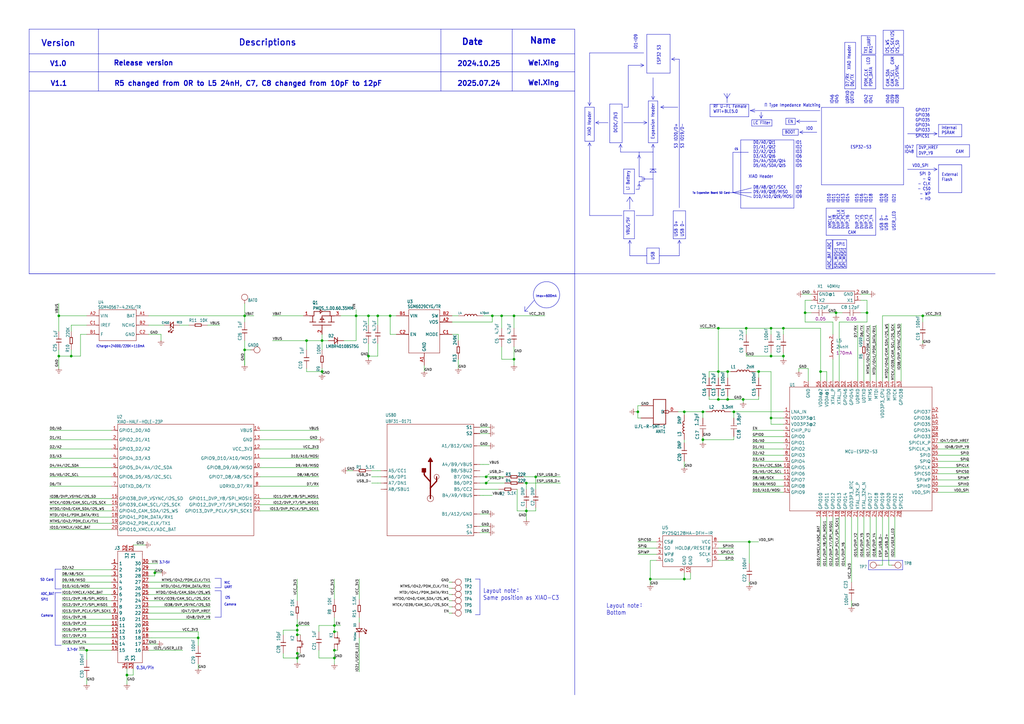
<source format=kicad_sch>
(kicad_sch (version 20250114) (generator "eeschema") (generator_version "9.0")
  (paper "A3")
  (title_block (date "2024-10-25") (company "Seeed Studio"))
  (lib_symbols
    (symbol "Seeed_libdb:Capacitors/302010424" (pin_numbers (hide yes)) (pin_names (hide yes))
      (property "Reference" "C" (at 3.175 0 0))
      (property "Value" "12pF" (at 5.715 -1.905 0))
      (property "Dielectric" "0.05" (at 0 0 0))
      (symbol "Capacitors/302010424_1_1"
        (pin passive line (at 0 3.81 270) (length 2.54) (name "1") (number "1"))
        (pin passive line (at 0 -3.81 90) (length 2.54) (name "2") (number "2"))
      )
    )
    (symbol "Seeed_libdb:Inductor/303012191" (pin_names (offset 1.016))
      (property "Reference" "L" (at -3.175 1.27 0))
      (property "Value" "24nH" (at 0 1.27 0))
      (property "Rating" "170mA" (at 0 0 0))
      (symbol "Inductor/303012191_0_0"
        (pin passive line (at -5.08 0 0) (length 2.54) (name "~") (number "1"))
        (pin passive line (at 5.08 0 180) (length 2.54) (name "~") (number "2"))
      )
    )
    (symbol "XIAO ESP32S3_v1.2_230725-eagle-import:ANTENNA-U-FL-320110048"
      (property "Reference" "ANT" (at -2.54 6.35 0))
      (symbol "ANTENNA-U-FL-320110048_1_0"
        (pin bidirectional inverted_clock (at -7.62 0 0) (length 5.08) (name "D") (number "D"))
        (pin bidirectional line (at 7.62 2.54 180) (length 5.08) (name "GND1") (number "GND1"))
        (pin bidirectional line (at 7.62 -2.54 180) (length 5.08) (name "GND2") (number "GND2"))
      )
    )
    (symbol "XIAO ESP32S3_v1.2_230725-eagle-import:BUTTON-4P"
      (property "Reference" "K" (at -2.54 2.54 0))
      (symbol "BUTTON-4P_1_0"
        (pin bidirectional line (at -3.81 0 0) (length 2.54) (name "A0") (number "1"))
        (pin bidirectional line (at -3.81 -1.27 0) (length 2.54) (name "A1") (number "3"))
        (pin bidirectional line (at 3.81 0 180) (length 2.54) (name "B0") (number "2"))
        (pin bidirectional line (at 3.81 -1.27 180) (length 2.54) (name "B1") (number "4"))
      )
    )
    (symbol "XIAO ESP32S3_v1.2_230725-eagle-import:CAP-0201"
      (property "Reference" "C" (at -3.81 1.27 0))
      (symbol "CAP-0201_1_0"
        (pin passive line (at -3.81 0 0) (length 2.54) (name "1") (number "1"))
        (pin passive line (at 3.81 0 180) (length 2.54) (name "2") (number "2"))
      )
    )
    (symbol "XIAO ESP32S3_v1.2_230725-eagle-import:CRYSTAL-4P-1612"
      (property "Reference" "X1" (at 7.62 -3.81 0))
      (property "Value" "40MHz/306011364" (at 3.81 -3.81 0))
      (symbol "CRYSTAL-4P-1612_1_0"
        (pin bidirectional line (at -10.16 1.27 0) (length 2.54) (name "X1") (number "1"))
        (pin bidirectional line (at -10.16 -1.27 0) (length 2.54) (name "GND") (number "2"))
        (pin bidirectional line (at 10.16 1.27 180) (length 2.54) (name "X2") (number "3"))
        (pin bidirectional line (at 10.16 -1.27 180) (length 2.54) (name "GND@1") (number "4"))
      )
    )
    (symbol "XIAO ESP32S3_v1.2_230725-eagle-import:DIODEDFN1006(0402/SOD882)"
      (property "Reference" "D" (at -3.81 2.54 0))
      (symbol "DIODEDFN1006(0402/SOD882)_1_0"
        (pin passive line (at -3.81 0 0) (length 2.54) (name "+") (number "+"))
        (pin passive line (at 2.54 0 180) (length 2.54) (name "-") (number "-"))
      )
    )
    (symbol "XIAO ESP32S3_v1.2_230725-eagle-import:GND_POWER" (power)
      (symbol "GND_POWER_1_0"
        (pin power_in line (at 0 0 270) (length 0) (name "GND") (number "1"))
      )
    )
    (symbol "XIAO ESP32S3_v1.2_230725-eagle-import:INDUCTOR-0201"
      (property "Reference" "L" (at -3.81 2.54 0))
      (symbol "INDUCTOR-0201_1_0"
        (pin passive line (at -5.08 0 0) (length 2.54) (name "1") (number "1"))
        (pin passive line (at 5.08 0 180) (length 2.54) (name "2") (number "2"))
      )
    )
    (symbol "XIAO ESP32S3_v1.2_230725-eagle-import:L-0603"
      (property "Reference" "L" (at -5.08 0.635 0))
      (symbol "L-0603_1_0"
        (pin passive line (at -5.08 0 0) (length 2.54) (name "1") (number "1"))
        (pin passive line (at 5.08 0 180) (length 2.54) (name "2") (number "2"))
      )
    )
    (symbol "XIAO ESP32S3_v1.2_230725-eagle-import:LED-0402"
      (property "Reference" "D" (at -2.54 0.635 0))
      (symbol "LED-0402_1_0"
        (pin passive line (at -2.54 0 0) (length 2.54) (name "+") (number "+"))
        (pin passive line (at 3.81 0 180) (length 2.54) (name "-") (number "-"))
      )
    )
    (symbol "XIAO ESP32S3_v1.2_230725-eagle-import:MCU-ESP32-S3"
      (property "Reference" "U1" (at -29.21 27.94 0))
      (property "Value" "MCU-ESP32-S3" (at -29.21 26.67 0))
      (symbol "MCU-ESP32-S3_1_0"
        (pin bidirectional line (at -31.75 16.51 0) (length 2.54) (name "LNA_IN") (number "1"))
        (pin bidirectional line (at -31.75 13.97 0) (length 2.54) (name "VDD3P3@1") (number "2"))
        (pin bidirectional line (at -31.75 11.43 0) (length 2.54) (name "VDD3P3@2") (number "3"))
        (pin bidirectional line (at -31.75 8.89 0) (length 2.54) (name "CHIP_PU") (number "4"))
        (pin bidirectional line (at -31.75 6.35 0) (length 2.54) (name "GPIO0") (number "5"))
        (pin bidirectional line (at -31.75 3.81 0) (length 2.54) (name "GPIO1") (number "6"))
        (pin bidirectional line (at -31.75 1.27 0) (length 2.54) (name "GPIO2") (number "7"))
        (pin bidirectional line (at -31.75 -1.27 0) (length 2.54) (name "GPIO3") (number "8"))
        (pin bidirectional line (at -31.75 -3.81 0) (length 2.54) (name "GPIO4") (number "9"))
        (pin bidirectional line (at -31.75 -6.35 0) (length 2.54) (name "GPIO5") (number "10"))
        (pin bidirectional line (at -31.75 -8.89 0) (length 2.54) (name "GPIO6") (number "11"))
        (pin bidirectional line (at -31.75 -11.43 0) (length 2.54) (name "GPIO7") (number "12"))
        (pin bidirectional line (at -31.75 -13.97 0) (length 2.54) (name "GPIO8") (number "13"))
        (pin bidirectional line (at -31.75 -16.51 0) (length 2.54) (name "GPIO9") (number "14"))
        (pin bidirectional line (at -21.59 29.21 270) (length 2.54) (name "GND") (number "57"))
        (pin bidirectional line (at -16.51 29.21 270) (length 2.54) (name "VDDA@2") (number "56"))
        (pin bidirectional line (at -16.51 -26.67 90) (length 2.54) (name "GPIO10") (number "15"))
        (pin bidirectional line (at -13.97 29.21 270) (length 2.54) (name "VDDA@1") (number "55"))
        (pin bidirectional line (at -13.97 -26.67 90) (length 2.54) (name "GPIO11") (number "16"))
        (pin bidirectional line (at -11.43 29.21 270) (length 2.54) (name "XTAL_P") (number "54"))
        (pin bidirectional line (at -11.43 -26.67 90) (length 2.54) (name "GPIO12") (number "17"))
        (pin bidirectional line (at -8.89 29.21 270) (length 2.54) (name "XTAL_N") (number "53"))
        (pin bidirectional line (at -8.89 -26.67 90) (length 2.54) (name "GPIO13") (number "18"))
        (pin bidirectional line (at -6.35 29.21 270) (length 2.54) (name "GPIO46") (number "52"))
        (pin bidirectional line (at -6.35 -26.67 90) (length 2.54) (name "GPIO14") (number "19"))
        (pin bidirectional line (at -3.81 29.21 270) (length 2.54) (name "GPIO45") (number "51"))
        (pin bidirectional line (at -3.81 -26.67 90) (length 2.54) (name "VDD3P3_RTC") (number "20"))
        (pin bidirectional line (at -1.27 29.21 270) (length 2.54) (name "U0RXD") (number "50"))
        (pin bidirectional line (at -1.27 -26.67 90) (length 2.54) (name "XTAL_32K_P") (number "21"))
        (pin bidirectional line (at 1.27 29.21 270) (length 2.54) (name "U0TXD") (number "49"))
        (pin bidirectional line (at 1.27 -26.67 90) (length 2.54) (name "XTAL_32K_N") (number "22"))
        (pin bidirectional line (at 3.81 29.21 270) (length 2.54) (name "MTMS") (number "48"))
        (pin bidirectional line (at 3.81 -26.67 90) (length 2.54) (name "GPIO17") (number "23"))
        (pin bidirectional line (at 6.35 29.21 270) (length 2.54) (name "MTDI") (number "47"))
        (pin bidirectional line (at 6.35 -26.67 90) (length 2.54) (name "GPIO18") (number "24"))
        (pin bidirectional line (at 8.89 29.21 270) (length 2.54) (name "VDD3P3_CPU") (number "46"))
        (pin bidirectional line (at 8.89 -26.67 90) (length 2.54) (name "GPIO19") (number "25"))
        (pin bidirectional line (at 11.43 29.21 270) (length 2.54) (name "MTDO") (number "45"))
        (pin bidirectional line (at 11.43 -26.67 90) (length 2.54) (name "GPIO20") (number "26"))
        (pin bidirectional line (at 13.97 29.21 270) (length 2.54) (name "MTCK") (number "44"))
        (pin bidirectional line (at 13.97 -26.67 90) (length 2.54) (name "GPIO21") (number "27"))
        (pin bidirectional line (at 16.51 29.21 270) (length 2.54) (name "GPIO38") (number "43"))
        (pin bidirectional line (at 16.51 -26.67 90) (length 2.54) (name "SPICS1") (number "28"))
        (pin bidirectional line (at 31.75 16.51 180) (length 2.54) (name "GPIO37") (number "42"))
        (pin bidirectional line (at 31.75 13.97 180) (length 2.54) (name "GPIO36") (number "41"))
        (pin bidirectional line (at 31.75 11.43 180) (length 2.54) (name "GPIO35") (number "40"))
        (pin bidirectional line (at 31.75 8.89 180) (length 2.54) (name "GPIO34") (number "39"))
        (pin bidirectional line (at 31.75 6.35 180) (length 2.54) (name "GPIO33") (number "38"))
        (pin bidirectional line (at 31.75 3.81 180) (length 2.54) (name "SPICLK_P") (number "37"))
        (pin bidirectional line (at 31.75 1.27 180) (length 2.54) (name "SPICLK_N") (number "36"))
        (pin bidirectional line (at 31.75 -1.27 180) (length 2.54) (name "SPID") (number "35"))
        (pin bidirectional line (at 31.75 -3.81 180) (length 2.54) (name "SPIQ") (number "34"))
        (pin bidirectional line (at 31.75 -6.35 180) (length 2.54) (name "SPICLK") (number "33"))
        (pin bidirectional line (at 31.75 -8.89 180) (length 2.54) (name "SPICS0") (number "32"))
        (pin bidirectional line (at 31.75 -11.43 180) (length 2.54) (name "SPIWP") (number "31"))
        (pin bidirectional line (at 31.75 -13.97 180) (length 2.54) (name "SPIHD") (number "30"))
        (pin bidirectional line (at 31.75 -16.51 180) (length 2.54) (name "VDD_SPI") (number "29"))
      )
    )
    (symbol "XIAO ESP32S3_v1.2_230725-eagle-import:PMOS_1.00.60.35MM" (pin_names (hide yes))
      (property "Reference" "Q" (at -2.54 7.62 0))
      (symbol "PMOS_1.00.60.35MM_1_0"
        (pin bidirectional line (at -7.62 2.54 0) (length 2.54) (name "S") (number "3"))
        (pin bidirectional line (at 0 -5.08 90) (length 2.54) (name "G") (number "2"))
        (pin bidirectional line (at 7.62 2.54 180) (length 2.54) (name "D") (number "1"))
      )
    )
    (symbol "XIAO ESP32S3_v1.2_230725-eagle-import:RES-0201"
      (property "Reference" "R" (at -3.81 2.54 0))
      (symbol "RES-0201_1_0"
        (pin passive line (at -3.81 0 0) (length 2.54) (name "1") (number "1"))
        (pin passive line (at 3.81 0 180) (length 2.54) (name "2") (number "2"))
      )
    )
    (symbol "XIAO ESP32S3_v1.2_230725-eagle-import:TEST-POINT'4080'"
      (property "Reference" "TP" (at -3.81 1.27 0))
      (symbol "TEST-POINT'4080'_1_0"
        (pin bidirectional line (at -2.54 0 0) (length 0) (name "T") (number "1"))
      )
    )
    (symbol "XIAO ESP32S3_v1.2_230725-eagle-import:TEST-POINT'4545'"
      (property "Reference" "TP" (at -3.81 1.27 0))
      (symbol "TEST-POINT'4545'_1_0"
        (pin bidirectional line (at -2.54 0 0) (length 0) (name "T") (number "T"))
      )
    )
    (symbol "XIAO ESP32S3_v1.2_230725-eagle-import:USB2.0-TYPE-C"
      (property "Reference" "USB0" (at -17.78 22.86 0))
      (property "Value" "UBF31-0171" (at -7.62 22.86 0))
      (symbol "USB2.0-TYPE-C_1_0"
        (pin bidirectional line (at -20.32 21.59 0) (length 2.54) (name "S1") (number "S1"))
        (pin bidirectional line (at -20.32 21.59 0) (length 2.54) (name "S1") (number "S5"))
        (pin bidirectional line (at -20.32 19.05 0) (length 2.54) (name "S2") (number "S2"))
        (pin bidirectional line (at -20.32 19.05 0) (length 2.54) (name "S2") (number "S6"))
        (pin bidirectional line (at -20.32 13.97 0) (length 2.54) (name "A1/B12/GND") (number "A1_B12"))
        (pin bidirectional line (at -20.32 6.35 0) (length 2.54) (name "A4/B9/VBUS") (number "A4_B9"))
        (pin bidirectional line (at -20.32 3.81 0) (length 2.54) (name "B8/SBU2") (number "B8"))
        (pin bidirectional line (at -20.32 1.27 0) (length 2.54) (name "B7/DN2") (number "B7"))
        (pin bidirectional line (at -20.32 -1.27 0) (length 2.54) (name "B6/DP2") (number "B6"))
        (pin bidirectional line (at -20.32 -3.81 0) (length 2.54) (name "B5/CC2") (number "B5"))
        (pin bidirectional line (at -20.32 -6.35 0) (length 2.54) (name "B4/A9/VBUS") (number "B4_A9"))
        (pin bidirectional line (at -20.32 -13.97 0) (length 2.54) (name "B1/A12/GND") (number "B1_A12"))
        (pin bidirectional line (at -20.32 -19.05 0) (length 2.54) (name "S3") (number "S3"))
        (pin bidirectional line (at -20.32 -21.59 0) (length 2.54) (name "S4") (number "S4"))
        (pin bidirectional line (at 20.32 3.81 180) (length 2.54) (name "A5/CC1") (number "A5"))
        (pin bidirectional line (at 20.32 1.27 180) (length 2.54) (name "A6/DP1") (number "A6"))
        (pin bidirectional line (at 20.32 -1.27 180) (length 2.54) (name "A7/DN1") (number "A7"))
        (pin bidirectional line (at 20.32 -3.81 180) (length 2.54) (name "A8/SBU1") (number "A8"))
      )
    )
    (symbol "libdb:Capacitors/302010279" (pin_numbers (hide yes)) (pin_names (hide yes))
      (property "Reference" "C" (at 3.175 0 0))
      (property "Value" "1.2pF" (at 5.715 -1.905 0))
      (property "Voltage Rating" "±0.25pF" (at 0 0 0))
      (symbol "Capacitors/302010279_1_1"
        (pin passive line (at 0 3.81 270) (length 2.54) (name "1") (number "1"))
        (pin passive line (at 0 -3.81 90) (length 2.54) (name "2") (number "2"))
      )
    )
    (symbol "libdb:Capacitors/302010283" (pin_numbers (hide yes)) (pin_names (hide yes))
      (property "Reference" "C" (at 3.175 0 0))
      (property "Value" "1.8pF" (at 5.715 -1.905 0))
      (property "Voltage Rating" "50V-0.25pF-NPO" (at 0 0 0))
      (symbol "Capacitors/302010283_1_1"
        (pin passive line (at 0 3.81 270) (length 2.54) (name "1") (number "1"))
        (pin passive line (at 0 -3.81 90) (length 2.54) (name "2") (number "2"))
      )
    )
    (symbol "libdb:Connector/320210602"
      (property "Reference" "J1" (at 3.4641 22.86 0))
      (property "Value" "30pin" (at 3.4641 20.32 0))
      (symbol "Connector/320210602_1_1"
        (pin passive line (at -7.62 12.7 0) (length 2.54) (name "30") (number "30"))
        (pin passive line (at -7.62 10.16 0) (length 2.54) (name "29") (number "29"))
        (pin passive line (at -7.62 7.62 0) (length 2.54) (name "28") (number "28"))
        (pin passive line (at -7.62 5.08 0) (length 2.54) (name "27") (number "27"))
        (pin passive line (at -7.62 2.54 0) (length 2.54) (name "26") (number "26"))
        (pin passive line (at -7.62 0 0) (length 2.54) (name "25") (number "25"))
        (pin passive line (at -7.62 -2.54 0) (length 2.54) (name "24") (number "24"))
        (pin passive line (at -7.62 -5.08 0) (length 2.54) (name "23") (number "23"))
        (pin passive line (at -7.62 -7.62 0) (length 2.54) (name "22") (number "22"))
        (pin passive line (at -7.62 -10.16 0) (length 2.54) (name "21") (number "21"))
        (pin passive line (at -7.62 -12.7 0) (length 2.54) (name "20") (number "20"))
        (pin passive line (at -7.62 -15.24 0) (length 2.54) (name "19") (number "19"))
        (pin passive line (at -7.62 -17.78 0) (length 2.54) (name "18") (number "18"))
        (pin passive line (at -7.62 -20.32 0) (length 2.54) (name "17") (number "17"))
        (pin passive line (at -7.62 -22.86 0) (length 2.54) (name "16") (number "16"))
        (pin passive line (at -1.27 20.32 270) (length 2.54) (name "31") (number "31"))
        (pin passive line (at -1.27 -30.48 90) (length 2.54) (name "33") (number "33"))
        (pin passive line (at 1.27 20.32 270) (length 2.54) (name "32") (number "32"))
        (pin passive line (at 1.27 -30.48 90) (length 2.54) (name "34") (number "34"))
        (pin passive line (at 7.62 12.7 180) (length 2.54) (name "1") (number "1"))
        (pin passive line (at 7.62 10.16 180) (length 2.54) (name "2") (number "2"))
        (pin passive line (at 7.62 7.62 180) (length 2.54) (name "3") (number "3"))
        (pin passive line (at 7.62 5.08 180) (length 2.54) (name "4") (number "4"))
        (pin passive line (at 7.62 2.54 180) (length 2.54) (name "5") (number "5"))
        (pin passive line (at 7.62 0 180) (length 2.54) (name "6") (number "6"))
        (pin passive line (at 7.62 -2.54 180) (length 2.54) (name "7") (number "7"))
        (pin passive line (at 7.62 -5.08 180) (length 2.54) (name "8") (number "8"))
        (pin passive line (at 7.62 -7.62 180) (length 2.54) (name "9") (number "9"))
        (pin passive line (at 7.62 -10.16 180) (length 2.54) (name "10") (number "10"))
        (pin passive line (at 7.62 -12.7 180) (length 2.54) (name "11") (number "11"))
        (pin passive line (at 7.62 -15.24 180) (length 2.54) (name "12") (number "12"))
        (pin passive line (at 7.62 -17.78 180) (length 2.54) (name "13") (number "13"))
        (pin passive line (at 7.62 -20.32 180) (length 2.54) (name "14") (number "14"))
        (pin passive line (at 7.62 -22.86 180) (length 2.54) (name "15") (number "15"))
      )
    )
    (symbol "libdb:Ic/310032697"
      (property "Reference" "U" (at -7.62 7.62 0))
      (property "Value" "SGM40567-4.2XG/TR" (at -7.62 6.35 0))
      (symbol "Ic/310032697_1_0"
        (pin passive line (at -12.7 3.81 0) (length 5.08) (name "VIN") (number "A2"))
        (pin passive line (at -12.7 0 0) (length 5.08) (name "IREF") (number "C1"))
        (pin passive line (at -12.7 -3.81 0) (length 5.08) (name "F") (number "B1"))
        (pin passive line (at 12.7 3.81 180) (length 5.08) (name "BAT") (number "A1"))
        (pin passive line (at 12.7 0 180) (length 5.08) (name "NCHG") (number "B2"))
        (pin passive line (at 12.7 -3.81 180) (length 5.08) (name "GND") (number "C2"))
      )
    )
    (symbol "libdb:Ic/310032702"
      (property "Reference" "U" (at -6.35 8.89 0))
      (property "Value" "SGM6029CYG/TR" (at -6.35 7.62 0))
      (symbol "Ic/310032702_1_0"
        (pin passive line (at -11.43 5.08 0) (length 5.08) (name "VIN") (number "B1"))
        (pin passive line (at -11.43 -2.54 0) (length 5.08) (name "EN") (number "C2"))
        (pin passive line (at 0 -15.24 90) (length 5.08) (name "GND") (number "A1"))
        (pin passive line (at 11.43 5.08 180) (length 5.08) (name "SW") (number "B2"))
        (pin passive line (at 11.43 2.54 180) (length 5.08) (name "VOS") (number "A2"))
        (pin passive line (at 11.43 -2.54 180) (length 5.08) (name "MODE") (number "C1"))
      )
    )
    (symbol "libdb:Ic/310091724"
      (property "Reference" "U" (at -2.54 7.62 0))
      (property "Value" "PY25Q128HA-DFH-IR" (at 2.54 7.62 0))
      (symbol "Ic/310091724_1_1"
        (pin passive line (at -12.7 3.81 0) (length 2.54) (name "CS#") (number "1"))
        (pin passive line (at -12.7 1.27 0) (length 2.54) (name "SO") (number "2"))
        (pin passive line (at -12.7 -1.27 0) (length 2.54) (name "WP#") (number "3"))
        (pin passive line (at -12.7 -3.81 0) (length 2.54) (name "GND") (number "4"))
        (pin passive line (at -1.27 -8.89 90) (length 2.54) (name "GND") (number "9"))
        (pin passive line (at 1.27 -8.89 90) (length 2.54) (name "GND") (number "10"))
        (pin passive line (at 12.7 3.81 180) (length 2.54) (name "VCC") (number "8"))
        (pin passive line (at 12.7 1.27 180) (length 2.54) (name "HOLD#/RESET#") (number "7"))
        (pin passive line (at 12.7 -1.27 180) (length 2.54) (name "SCLK") (number "6"))
        (pin passive line (at 12.7 -3.81 180) (length 2.54) (name "SI") (number "5"))
      )
    )
    (symbol "libdb:Module/XIAO-HALF-HOLE-23P"
      (property "Reference" "U2" (at -20.828 17.018 0))
      (property "Value" "XIAO-HALF-HOLE-23P" (at -12.446 14.986 0))
      (symbol "Module/XIAO-HALF-HOLE-23P_1_0"
        (pin passive line (at -24.13 11.43 0) (length 2.54) (name "GPIO1_D0/A0") (number "1"))
        (pin passive line (at -24.13 7.62 0) (length 2.54) (name "GPIO2_D1/A1") (number "2"))
        (pin passive line (at -24.13 3.81 0) (length 2.54) (name "GPIO3_D2/A2") (number "3"))
        (pin passive line (at -24.13 0 0) (length 2.54) (name "GPIO4_D3/A3") (number "4"))
        (pin passive line (at -24.13 -3.81 0) (length 2.54) (name "GPIO5_D4/A4/I2C_SDA") (number "5"))
        (pin passive line (at -24.13 -7.62 0) (length 2.54) (name "GPIO6_D5/A5/I2C_SCL") (number "6"))
        (pin passive line (at -24.13 -11.43 0) (length 2.54) (name "U0TXD_D6/TX") (number "7"))
        (pin passive line (at 36.83 11.43 180) (length 2.54) (name "VBUS") (number "14"))
        (pin passive line (at 36.83 7.62 180) (length 2.54) (name "GND") (number "13"))
        (pin passive line (at 36.83 3.81 180) (length 2.54) (name "VCC_3V3") (number "12"))
        (pin passive line (at 36.83 0 180) (length 2.54) (name "GPIO9_D10/A10/MOSI") (number "11"))
        (pin passive line (at 36.83 -3.81 180) (length 2.54) (name "GPIO8_D9/A9/MISO") (number "10"))
        (pin passive line (at 36.83 -7.62 180) (length 2.54) (name "GPIO7_D8/A8/SCK") (number "9"))
        (pin passive line (at 36.83 -11.43 180) (length 2.54) (name "U0RXD_D7/RX") (number "8"))
      )
      (symbol "Module/XIAO-HALF-HOLE-23P_1_1"
        (pin passive line (at -24.13 -16.51 0) (length 2.54) (name "GPIO38_DVP_VSYNC/I2S_SD") (number "15"))
        (pin passive line (at -24.13 -19.05 0) (length 2.54) (name "GPIO39_CAM_SCL/I2S_SCK") (number "16"))
        (pin passive line (at -24.13 -21.59 0) (length 2.54) (name "GPIO40_CAM_SDA/I2S_WS") (number "17"))
        (pin passive line (at -24.13 -24.13 0) (length 2.54) (name "GPIO41_PDM_DATA/RX1") (number "18"))
        (pin passive line (at -24.13 -26.67 0) (length 2.54) (name "GPIO42_PDM_CLK/TX1") (number "19"))
        (pin passive line (at -24.13 -29.21 0) (length 2.54) (name "GPIO10_XMCLK/ADC_BAT") (number "20"))
        (pin passive line (at 36.83 -16.51 180) (length 2.54) (name "GPIO11_DVP_Y8/SPI_MOSI1") (number "21"))
        (pin passive line (at 36.83 -19.05 180) (length 2.54) (name "GPIO12_DVP_Y7/SPI_MISO1") (number "22"))
        (pin passive line (at 36.83 -21.59 180) (length 2.54) (name "GPIO13_DVP_PCLK/SPI_SCK1") (number "23"))
      )
    )
  )
  (circle (center 224.155 120.904) (radius 5.3881) (stroke (width 0.1524)))
  (circle (center 264.287 73.406) (radius 0.254) (stroke (width 0.1524)))
  (text "U0RXD" (at 348.361 42.799 90) (effects (font (size 1.27 1.0795)) (justify left bottom)))
  (text "VDD_SPI" (at 374.142 68.834 0) (effects (font (size 1.27 1.0795)) (justify left bottom)))
  (text "D9/A9/Qt8/MISO" (at 308.864 79.629 0) (effects (font (size 1.27 1.0795)) (justify left bottom)))
  (text "External\nFlash" (at 386.207 74.549 0) (effects (font (size 1.27 1.0795)) (justify left bottom)))
  (text "Wei.Xing" (at 216.408 27.178 0) (effects (font (size 2.032 2.032) (bold yes)) (justify left bottom)))
  (text "LC Filter" (at 308.864 51.308 0) (effects (font (size 1.27 1.0795)) (justify left bottom)))
  (text "S3 IO19/D-" (at 280.543 61.087 90) (effects (font (size 1.27 1.0795)) (justify left bottom)))
  (text "Layout note：\nSame position as XIAO-C3" (at 198.12 246.38 0) (effects (font (size 1.778 1.5113)) (justify left bottom)))
  (text "USER_LED" (at 367.411 94.869 90) (effects (font (size 1.27 1.0795)) (justify left bottom)))
  (text "XIAO Header" (at 242.443 56.007 90) (effects (font (size 1.27 1.0795)) (justify left bottom)))
  (text "ADC_BAT" (at 16.764 244.348 0) (effects (font (size 1.016 0.8636)) (justify left bottom)))
  (text "VBUS/5V" (at 258.318 96.647 90) (effects (font (size 1.27 1.0795)) (justify left bottom)))
  (text "U0TXD" (at 350.266 42.799 90) (effects (font (size 1.27 1.0795)) (justify left bottom)))
  (text "V1.0" (at 20.32 27.432 0) (effects (font (size 2.032 2.032) (bold yes)) (justify left bottom)))
  (text "D7/RX" (at 348.361 35.814 90) (effects (font (size 1.27 1.0795)) (justify left bottom)))
  (text "D0/A0/Qt1" (at 308.864 59.309 0) (effects (font (size 1.27 1.0795)) (justify left bottom)))
  (text "IO21" (at 367.411 83.439 90) (effects (font (size 1.27 1.0795)) (justify left bottom)))
  (text "IO1~IO9" (at 261.493 20.447 90) (effects (font (size 1.27 1.0795)) (justify left bottom)))
  (text "IO6" (at 326.136 65.024 0) (effects (font (size 1.27 1.0795)) (justify left bottom)))
  (text "CAM_SDA" (at 364.871 35.814 90) (effects (font (size 1.27 1.0795)) (justify left bottom)))
  (text "IO40" (at 364.871 42.799 90) (effects (font (size 1.27 1.0795)) (justify left bottom)))
  (text "Camera" (at 16.764 253.238 0) (effects (font (size 1.016 0.8636)) (justify left bottom)))
  (text "SPI_MOSI1" (at 343.662 110.236 90) (effects (font (size 1.27 1.0795)) (justify left bottom)))
  (text "GPIO37\nGPIO36\nGPIO35\nGPIO34\nGPIO33" (at 375.412 54.229 0) (effects (font (size 1.27 1.0795)) (justify left bottom)))
  (text "SPI D\n- Q\n- CLK\n- CS0\n- WP\n- HD" (at 381.762 70.739 0) (effects (font (size 1.27 1.0795)) (justify right top)))
  (text "MIC" (at 91.948 239.776 0) (effects (font (size 1.016 0.8636)) (justify left bottom)))
  (text "SPI1" (at 342.9 101.092 0) (effects (font (size 1.27 1.0795)) (justify left bottom)))
  (text "IO18" (at 357.886 83.439 90) (effects (font (size 1.27 1.0795)) (justify left bottom)))
  (text "IO20" (at 364.236 83.439 90) (effects (font (size 1.27 1.0795)) (justify left bottom)))
  (text "Version" (at 16.764 19.304 0) (effects (font (size 2.54 2.54) (thickness 0.4064) (bold yes)) (justify left bottom)))
  (text "Camera" (at 91.948 248.666 0) (effects (font (size 1.016 0.8636)) (justify left bottom)))
  (text "IO39" (at 366.776 42.799 90) (effects (font (size 1.27 1.0795)) (justify left bottom)))
  (text "IO48" (at 370.967 63.119 0) (effects (font (size 1.27 1.0795)) (justify left bottom)))
  (text "Date" (at 189.23 18.796 0) (effects (font (size 2.54 2.54) (bold yes)) (justify left bottom)))
  (text "Li Battery" (at 258.318 78.232 90) (effects (font (size 1.27 1.0795)) (justify left bottom)))
  (text "IO10" (at 340.741 83.439 90) (effects (font (size 1.27 1.0795)) (justify left bottom)))
  (text "IO38" (at 368.681 42.799 90) (effects (font (size 1.27 1.0795)) (justify left bottom)))
  (text "UART" (at 91.948 241.554 0) (effects (font (size 1.016 0.8636)) (justify left bottom)))
  (text "D6/TX" (at 350.266 35.814 90) (effects (font (size 1.27 1.0795)) (justify left bottom)))
  (text "IO12" (at 344.551 83.439 90) (effects (font (size 1.27 1.0795)) (justify left bottom)))
  (text "DVP_PCLK" (at 344.678 94.234 90) (effects (font (size 1.27 1.0795)) (justify left bottom)))
  (text "ICharge=24000/220K=110mA" (at 39.37 142.748 0) (effects (font (size 1.016 0.8636)) (justify left bottom)))
  (text "To Expansion Board SD Card" (at 283.972 79.756 0) (effects (font (size 0.8128 0.6908)) (justify left bottom)))
  (text "D5/A5/SDA/Qt5" (at 308.864 68.834 0) (effects (font (size 1.27 1.0795)) (justify left bottom)))
  (text "IO42" (at 355.981 42.799 90) (effects (font (size 1.27 1.0795)) (justify left bottom)))
  (text "D1/A1/Qt2" (at 308.864 61.214 0) (effects (font (size 1.27 1.0795)) (justify left bottom)))
  (text "Imax=600mA" (at 219.71 122.174 0) (effects (font (size 1.016 0.8636)) (justify left bottom)))
  (text "DVP_Y2" (at 352.298 94.234 90) (effects (font (size 1.27 1.0795)) (justify left bottom)))
  (text "XIAO Header" (at 306.959 73.279 0) (effects (font (size 1.27 1.0795)) (justify left bottom)))
  (text "IO45" (at 343.916 42.799 90) (effects (font (size 1.27 1.0795)) (justify left bottom)))
  (text "IO1" (at 326.136 59.309 0) (effects (font (size 1.27 1.0795)) (justify left bottom)))
  (text "SPI1" (at 16.764 246.634 0) (effects (font (size 1.016 0.8636)) (justify left bottom)))
  (text "DVP_HREF" (at 376.682 61.468 0) (effects (font (size 1.27 1.0795)) (justify left bottom)))
  (text "I2S_WS" (at 364.744 22.225 90) (effects (font (size 1.27 1.0795)) (justify left bottom)))
  (text "DVP_Y9" (at 376.682 63.754 0) (effects (font (size 1.27 1.0795)) (justify left bottom)))
  (text "EN" (at 323.088 50.8 0) (effects (font (size 1.27 1.0795)) (justify left bottom)))
  (text "IO4" (at 326.136 66.929 0) (effects (font (size 1.27 1.0795)) (justify left bottom)))
  (text "UART" (at 357.124 19.177 90) (effects (font (size 1.27 1.0795)) (justify left bottom)))
  (text "IO2" (at 326.136 61.214 0) (effects (font (size 1.27 1.0795)) (justify left bottom)))
  (text "USB D+" (at 278.003 97.282 90) (effects (font (size 1.27 1.0795)) (justify left bottom)))
  (text "DVP_Y6" (at 348.361 94.234 90) (effects (font (size 1.27 1.0795)) (justify left bottom)))
  (text "S3 IO20/D+" (at 278.003 61.087 90) (effects (font (size 1.27 1.0795)) (justify left bottom)))
  (text "2025.07.24" (at 187.452 35.56 0) (effects (font (size 2.032 2.032) (bold yes)) (justify left bottom)))
  (text "USB" (at 268.478 106.807 90) (effects (font (size 1.27 1.0795)) (justify left bottom)))
  (text "IO3" (at 326.136 63.119 0) (effects (font (size 1.27 1.0795)) (justify left bottom)))
  (text "IO41" (at 357.886 42.799 90) (effects (font (size 1.27 1.0795)) (justify left bottom)))
  (text "Release version" (at 46.482 27.178 0) (effects (font (size 2.032 2.032) (bold yes)) (justify left bottom)))
  (text "IO11" (at 342.646 83.439 90) (effects (font (size 1.27 1.0795)) (justify left bottom)))
  (text "3.7~5V" (at 27.432 267.208 0) (effects (font (size 1.016 0.8636)) (justify left bottom)))
  (text "DVP_VSYNC" (at 368.681 35.814 90) (effects (font (size 1.27 1.0795)) (justify left bottom)))
  (text "SPI_MOSI1" (at 345.44 110.236 90) (effects (font (size 1.27 1.0795)) (justify left bottom)))
  (text "IO19" (at 362.331 83.439 90) (effects (font (size 1.27 1.0795)) (justify left bottom)))
  (text "USB D+" (at 364.236 94.869 90) (effects (font (size 1.27 1.0795)) (justify left bottom)))
  (text "IO46" (at 342.011 42.799 90) (effects (font (size 1.27 1.0795)) (justify left bottom)))
  (text "I2S" (at 366.776 15.494 90) (effects (font (size 1.27 1.0795)) (justify left bottom)))
  (text "SPICS1" (at 375.412 56.769 0) (effects (font (size 1.27 1.0795)) (justify left bottom)))
  (text "USB D-" (at 362.331 94.869 90) (effects (font (size 1.27 1.0795)) (justify left bottom)))
  (text "IO15" (at 352.171 83.439 90) (effects (font (size 1.27 1.0795)) (justify left bottom)))
  (text "ESP32-S3" (at 348.742 61.214 0) (effects (font (size 1.27 1.0795)) (justify left bottom)))
  (text "IO9" (at 326.136 81.534 0) (effects (font (size 1.27 1.0795)) (justify left bottom)))
  (text "DVP_PCLK" (at 346.456 94.234 90) (effects (font (size 1.27 1.0795)) (justify left bottom)))
  (text "BOOT" (at 321.818 55.118 0) (effects (font (size 1.27 1.0795)) (justify left bottom)))
  (text "DVP_Y5" (at 354.203 94.234 90) (effects (font (size 1.27 1.0795)) (justify left bottom)))
  (text "DVP_Y3" (at 356.108 94.234 90) (effects (font (size 1.27 1.0795)) (justify left bottom)))
  (text "Wei.Xing" (at 216.408 35.306 0) (effects (font (size 2.032 2.032) (bold yes)) (justify left bottom)))
  (text "I2S" (at 92.202 245.872 0) (effects (font (size 1.016 0.8636)) (justify left bottom)))
  (text "TX1" (at 355.854 22.225 90) (effects (font (size 1.27 1.0795)) (justify left bottom)))
  (text "DVP_Y8" (at 342.9 94.234 90) (effects (font (size 1.27 1.0795)) (justify left bottom)))
  (text "IO17" (at 355.981 83.439 90) (effects (font (size 1.27 1.0795)) (justify left bottom)))
  (text "IO8" (at 326.136 79.629 0) (effects (font (size 1.27 1.0795)) (justify left bottom)))
  (text "D2/A2/Qt3" (at 308.864 63.119 0) (effects (font (size 1.27 1.0795)) (justify left bottom)))
  (text "Name" (at 222.758 16.764 0) (effects (font (size 2.54 2.54) (bold yes))))
  (text "CAM_SCL" (at 366.776 35.814 90) (effects (font (size 1.27 1.0795)) (justify left bottom)))
  (text "D8/A8/Qt7/SCK" (at 308.864 77.724 0) (effects (font (size 1.27 1.0795)) (justify left bottom)))
  (text "IO14" (at 348.361 83.439 90) (effects (font (size 1.27 1.0795)) (justify left bottom)))
  (text "Π Type Impedance Matching" (at 313.436 44.069 0) (effects (font (size 1.27 1.0795)) (justify left bottom)))
  (text "D3/A3/Qt6" (at 308.864 65.024 0) (effects (font (size 1.27 1.0795)) (justify left bottom)))
  (text "Descriptions" (at 97.79 19.05 0) (effects (font (size 2.54 2.54) (thickness 0.4064) (bold yes)) (justify left bottom)))
  (text "D4/A4/SDA/Qt4" (at 308.864 66.929 0) (effects (font (size 1.27 1.0795)) (justify left bottom)))
  (text "IO0" (at 330.581 53.594 0) (effects (font (size 1.27 1.0795)) (justify left bottom)))
  (text "USB D-" (at 280.543 97.282 90) (effects (font (size 1.27 1.0795)) (justify left bottom)))
  (text "I2S_SD" (at 368.808 22.225 90) (effects (font (size 1.27 1.0795)) (justify left bottom)))
  (text "DVP_Y4" (at 358.013 94.234 90) (effects (font (size 1.27 1.0795)) (justify left bottom)))
  (text "RX1" (at 357.886 22.225 90) (effects (font (size 1.27 1.0795)) (justify left bottom)))
  (text "RF U-FL Female\nWiFi+BLE5.0" (at 292.481 46.609 0) (effects (font (size 1.27 1.0795)) (justify left bottom)))
  (text "ADC" (at 340.868 102.616 90) (effects (font (size 1.27 1.0795)) (justify left bottom)))
  (text "Layout note：\nBottom" (at 248.666 252.476 0) (effects (font (size 1.778 1.5113)) (justify left bottom)))
  (text "PDM_DATA\n" (at 357.886 35.814 90) (effects (font (size 1.27 1.0795)) (justify left bottom)))
  (text "IO47" (at 370.967 61.214 0) (effects (font (size 1.27 1.0795)) (justify left bottom)))
  (text "I2S_SCK" (at 366.776 22.225 90) (effects (font (size 1.27 1.0795)) (justify left bottom)))
  (text "2024.10.25" (at 187.452 27.432 0) (effects (font (size 2.032 2.032) (bold yes)) (justify left bottom)))
  (text "PDM_CLK" (at 355.981 35.814 90) (effects (font (size 1.27 1.0795)) (justify left bottom)))
  (text "IO5" (at 326.136 68.834 0) (effects (font (size 1.27 1.0795)) (justify left bottom)))
  (text "IO13" (at 346.456 83.439 90) (effects (font (size 1.27 1.0795)) (justify left bottom)))
  (text "CAM" (at 366.776 26.797 90) (effects (font (size 1.27 1.0795)) (justify left bottom)))
  (text "CAM" (at 347.726 96.266 0) (effects (font (size 1.27 1.0795)) (justify left bottom)))
  (text "CS" (at 301.244 61.849 0) (effects (font (size 0.8128 0.6908)) (justify left bottom)))
  (text "IO16" (at 354.076 83.439 90) (effects (font (size 1.27 1.0795)) (justify left bottom)))
  (text "IO7" (at 326.136 77.724 0) (effects (font (size 1.27 1.0795)) (justify left bottom)))
  (text "XMCLK" (at 341.122 93.98 90) (effects (font (size 1.27 1.0795)) (justify left bottom)))
  (text "D10/A10/Qt9/MOSI" (at 308.864 81.534 0) (effects (font (size 1.27 1.0795)) (justify left bottom)))
  (text "Internal\nPSRAM" (at 386.08 55.372 0) (effects (font (size 1.27 1.0795)) (justify left bottom)))
  (text "SD Card" (at 16.51 238.506 0) (effects (font (size 1.016 0.8636)) (justify left bottom)))
  (text "Expansion Header" (at 268.478 57.277 90) (effects (font (size 1.27 1.0795)) (justify left bottom)))
  (text "V1.1" (at 20.574 35.56 0) (effects (font (size 2.032 2.032) (bold yes)) (justify left bottom)))
  (text "3.7~5V" (at 65.278 231.394 0) (effects (font (size 1.016 0.8636)) (justify left bottom)))
  (text "CAM" (at 391.922 63.119 0) (effects (font (size 1.27 1.0795)) (justify left bottom)))
  (text "SPI_MOSI1" (at 346.964 110.236 90) (effects (font (size 1.27 1.0795)) (justify left bottom)))
  (text "XIAO Header" (at 348.996 28.829 90) (effects (font (size 1.27 1.0795)) (justify left bottom)))
  (text "0.3A/Pin" (at 55.88 274.828 0) (effects (font (size 1.27 1.0795)) (justify left bottom)))
  (text "DCDC/3V3" (at 253.238 54.737 90) (effects (font (size 1.27 1.0795)) (justify left bottom)))
  (text "LCD" (at 356.87 26.797 90) (effects (font (size 1.27 1.0795)) (justify left bottom)))
  (text "R5 changed from 0R to L5 24nH, C7, C8 changed from 10pF to 12pF" (at 46.736 35.56 0) (effects (font (size 2.032 2.032) (bold yes)) (justify left bottom)))
  (text "ADC_BAT" (at 340.868 110.236 90) (effects (font (size 1.27 1.0795)) (justify left bottom)))
  (text "ESP32 S3" (at 271.018 26.797 90) (effects (font (size 1.27 1.0795)) (justify left bottom)))
  (junction (at 199.39 195.58))
  (junction (at 306.07 134.62))
  (junction (at 100.33 143.51))
  (junction (at 288.29 168.91))
  (junction (at 298.45 163.83))
  (junction (at 294.64 134.62))
  (junction (at 210.82 147.32))
  (junction (at 215.9 198.12))
  (junction (at 336.55 152.4))
  (junction (at 304.8 163.83))
  (junction (at 261.62 168.91))
  (junction (at 294.64 152.4))
  (junction (at 132.08 139.7))
  (junction (at 205.74 129.54))
  (junction (at 121.92 260.35))
  (junction (at 160.02 129.54))
  (junction (at 151.13 129.54))
  (junction (at 355.6 128.27))
  (junction (at 294.64 163.83))
  (junction (at 342.9 128.27))
  (junction (at 280.67 168.91))
  (junction (at 316.23 171.45))
  (junction (at 298.45 152.4))
  (junction (at 316.23 146.05))
  (junction (at 24.13 129.54))
  (junction (at 137.16 259.08))
  (junction (at 137.16 266.7))
  (junction (at 210.82 129.54))
  (junction (at 307.34 222.25))
  (junction (at 330.2 128.27))
  (junction (at 121.92 269.875))
  (junction (at 151.13 146.05))
  (junction (at 316.23 134.62))
  (junction (at 100.33 129.54))
  (junction (at 300.99 168.91))
  (junction (at 52.07 276.86))
  (junction (at 154.94 129.54))
  (junction (at 121.92 256.54))
  (junction (at 125.73 139.7))
  (junction (at 132.08 152.4))
  (junction (at 35.56 266.7))
  (junction (at 24.13 146.05))
  (junction (at 29.21 146.05))
  (junction (at 266.7 237.49))
  (junction (at 199.39 198.12))
  (junction (at 288.29 180.34))
  (junction (at 219.71 195.58))
  (junction (at 81.28 261.62))
  (junction (at 121.92 258.445))
  (junction (at 121.92 267.97))
  (junction (at 201.93 129.54))
  (junction (at 321.31 146.05))
  (junction (at 280.67 237.49))
  (junction (at 215.9 209.55))
  (junction (at 137.16 269.875))
  (junction (at 146.05 129.54))
  (junction (at 63.5 234.95))
  (junction (at 321.31 134.62))
  (junction (at 378.46 129.54))
  (junction (at 137.16 256.54))
  (junction (at 311.15 152.4))
  (wire (pts (xy 106.68 195.58) (xy 130.81 195.58)))
  (wire (pts (xy 260.35 168.91) (xy 261.62 168.91)) (stroke (width 0.1524)))
  (wire (pts (xy 300.99 163.83) (xy 298.45 163.83)))
  (wire (pts (xy 196.85 190.5) (xy 198.12 190.5)))
  (wire (pts (xy 294.64 163.83) (xy 294.64 162.56)))
  (wire (pts (xy 60.96 233.68) (xy 63.5 233.68)))
  (polyline (pts (xy 353.314 22.733) (xy 353.314 36.449)) (stroke (width 0.1524) (type solid)))
  (wire (pts (xy 130.81 269.875) (xy 137.16 269.875)) (stroke (width 0.1524)))
  (wire (pts (xy 24.13 129.54) (xy 24.13 135.89)))
  (polyline (pts (xy 335.026 49.784) (xy 326.771 49.784)) (stroke (width 0.1524) (type solid)))
  (polyline (pts (xy 265.938 41.402) (xy 265.938 58.547)) (stroke (width 0.1524) (type solid)))
  (wire (pts (xy 20.32 176.53) (xy 45.72 176.53)))
  (wire (pts (xy 116.205 258.445) (xy 121.92 258.445)) (stroke (width 0.1524)))
  (polyline (pts (xy 350.901 36.449) (xy 346.456 36.449)) (stroke (width 0.1524) (type solid)))
  (wire (pts (xy 100.33 129.54) (xy 100.33 124.46)) (stroke (width 0.1524)))
  (wire (pts (xy 298.45 163.83) (xy 304.8 163.83)) (stroke (width 0.1524)))
  (wire (pts (xy 132.08 137.16) (xy 132.08 139.7)) (stroke (width 0.1524)))
  (polyline (pts (xy 346.456 17.399) (xy 350.901 17.399)) (stroke (width 0.1524) (type solid)))
  (wire (pts (xy 312.42 194.31) (xy 308.61 194.31)) (stroke (width 0.1524)))
  (polyline (pts (xy 394.462 56.134) (xy 394.462 51.054)) (stroke (width 0.1524) (type solid)))
  (wire (pts (xy 344.17 132.08) (xy 355.6 132.08)) (stroke (width 0.1524)))
  (wire (pts (xy 26.67 248.92) (xy 25.4 248.92)) (stroke (width 0.1524)))
  (wire (pts (xy 283.21 234.95) (xy 283.21 237.49)))
  (wire (pts (xy 205.74 147.32) (xy 205.74 142.24)) (stroke (width 0.1524)))
  (polyline (pts (xy 353.314 14.605) (xy 353.314 22.225)) (stroke (width 0.1524) (type solid)))
  (wire (pts (xy 26.67 236.22) (xy 25.4 236.22)) (stroke (width 0.1524)))
  (polyline (pts (xy 258.318 85.852) (xy 258.318 80.772)) (stroke (width 0.1524) (type solid)))
  (wire (pts (xy 359.41 133.35) (xy 359.41 156.21)) (stroke (width 0.1524)))
  (wire (pts (xy 151.13 129.54) (xy 146.05 129.54)) (stroke (width 0.1524)))
  (polyline (pts (xy 88.138 237.236) (xy 90.678 237.236)) (stroke (width 0.1524) (type solid)))
  (wire (pts (xy 288.29 179.07) (xy 288.29 180.34)) (stroke (width 0.1524)))
  (wire (pts (xy 309.88 189.23) (xy 308.61 189.23)) (stroke (width 0.1524)))
  (polyline (pts (xy 267.843 62.357) (xy 262.128 62.357)) (stroke (width 0.1524) (type solid)))
  (polyline (pts (xy 275.463 24.257) (xy 276.733 24.892)) (stroke (width 0.1524) (type solid)))
  (wire (pts (xy 64.77 137.16) (xy 66.04 137.16)) (stroke (width 0.1524)))
  (wire (pts (xy 130.81 256.54) (xy 137.16 256.54)) (stroke (width 0.1524)))
  (polyline (pts (xy 353.314 22.225) (xy 359.156 22.225)) (stroke (width 0.1524) (type solid)))
  (polyline (pts (xy 270.383 101.727) (xy 270.383 104.902)) (stroke (width 0.1524) (type solid)))
  (polyline (pts (xy 341.63 109.982) (xy 347.218 109.982)) (stroke (width 0.1524) (type solid)))
  (wire (pts (xy 60.96 133.35) (xy 67.31 133.35)) (stroke (width 0.1524)))
  (wire (pts (xy 200.66 218.44) (xy 198.12 218.44)) (stroke (width 0.1524)))
  (polyline (pts (xy 370.205 233.68) (xy 370.205 229.87)) (stroke (width 0.1524) (type solid)))
  (wire (pts (xy 378.46 140.97) (xy 378.46 139.7)) (stroke (width 0.1524)))
  (polyline (pts (xy 359.156 85.344) (xy 338.836 85.344)) (stroke (width 0.1524) (type solid)))
  (wire (pts (xy 288.29 168.91) (xy 289.56 168.91)))
  (wire (pts (xy 60.96 241.3) (xy 83.82 241.3)))
  (polyline (pts (xy 384.937 56.134) (xy 394.462 56.134)) (stroke (width 0.1524) (type solid)))
  (polyline (pts (xy 303.784 85.344) (xy 303.784 57.404)) (stroke (width 0.1524) (type solid)))
  (polyline (pts (xy 250.063 42.672) (xy 250.063 58.547)) (stroke (width 0.1524) (type solid)))
  (polyline (pts (xy 255.143 42.672) (xy 250.063 42.672)) (stroke (width 0.1524) (type solid)))
  (polyline (pts (xy 243.713 57.912) (xy 243.713 43.942)) (stroke (width 0.1524) (type solid)))
  (wire (pts (xy 137.16 259.08) (xy 137.16 256.54)) (stroke (width 0.1524)))
  (wire (pts (xy 154.94 198.12) (xy 156.21 198.12)))
  (wire (pts (xy 121.92 269.875) (xy 121.92 271.78)) (stroke (width 0.1524)))
  (wire (pts (xy 299.72 152.4) (xy 298.45 152.4)) (stroke (width 0.1524)))
  (wire (pts (xy 205.74 134.62) (xy 205.74 129.54)) (stroke (width 0.1524)))
  (wire (pts (xy 60.96 231.14) (xy 64.77 231.14)) (stroke (width 0.1524)))
  (wire (pts (xy 200.66 194.31) (xy 199.39 195.58)) (stroke (width 0.1524)))
  (wire (pts (xy 346.71 212.09) (xy 346.71 232.41)) (stroke (width 0.1524)))
  (wire (pts (xy 306.07 134.62) (xy 316.23 134.62)) (stroke (width 0.1524)))
  (wire (pts (xy 321.31 147.32) (xy 321.31 146.05)) (stroke (width 0.1524)))
  (wire (pts (xy 261.62 168.91) (xy 261.62 171.45)) (stroke (width 0.1524)))
  (wire (pts (xy 140.97 139.7) (xy 146.05 139.7)) (stroke (width 0.1524)))
  (wire (pts (xy 210.82 144.78) (xy 210.82 142.24)))
  (wire (pts (xy 378.46 132.08) (xy 378.46 129.54)) (stroke (width 0.1524)))
  (polyline (pts (xy 271.018 43.942) (xy 272.288 44.577)) (stroke (width 0.1524) (type solid)))
  (polyline (pts (xy 262.128 62.357) (xy 254.508 62.357)) (stroke (width 0.1524) (type solid)))
  (wire (pts (xy 360.68 231.775) (xy 361.95 231.775)) (stroke (width 0.1524)))
  (wire (pts (xy 361.95 212.09) (xy 361.95 231.775)) (stroke (width 0.1524)))
  (wire (pts (xy 344.17 212.09) (xy 344.17 232.41)) (stroke (width 0.1524)))
  (wire (pts (xy 26.67 254) (xy 25.4 254)) (stroke (width 0.1524)))
  (wire (pts (xy 29.21 133.35) (xy 35.56 133.35)) (stroke (width 0.1524)))
  (polyline (pts (xy 384.302 69.469) (xy 383.032 68.834)) (stroke (width 0.1524) (type solid)))
  (wire (pts (xy 199.39 195.58) (xy 207.01 195.58)) (stroke (width 0.1524)))
  (wire (pts (xy 63.5 233.68) (xy 63.5 234.95)))
  (wire (pts (xy 320.04 171.45) (xy 321.31 171.45)))
  (wire (pts (xy 173.99 149.86) (xy 173.99 152.4)))
  (wire (pts (xy 367.03 212.09) (xy 367.03 228.6)) (stroke (width 0.1524)))
  (wire (pts (xy 280.67 168.91) (xy 278.13 168.91)) (stroke (width 0.1524)))
  (wire (pts (xy 212.09 200.66) (xy 212.09 209.55)) (stroke (width 0.1524)))
  (wire (pts (xy 198.12 203.2) (xy 201.93 203.2)) (stroke (width 0.1524)))
  (wire (pts (xy 353.06 120.65) (xy 356.87 120.65)) (stroke (width 0.1524)))
  (polyline (pts (xy 271.018 43.942) (xy 272.288 43.307)) (stroke (width 0.1524) (type solid)))
  (wire (pts (xy 280.67 234.95) (xy 280.67 237.49)))
  (wire (pts (xy 185.42 248.92) (xy 184.15 248.92)) (stroke (width 0.1524)))
  (wire (pts (xy 26.67 243.84) (xy 45.72 243.84)))
  (wire (pts (xy 106.68 204.47) (xy 130.81 204.47)))
  (polyline (pts (xy 241.808 43.307) (xy 242.443 42.037)) (stroke (width 0.1524) (type solid)))
  (polyline (pts (xy 338.836 98.298) (xy 338.836 110.236)) (stroke (width 0.1524) (type solid)))
  (polyline (pts (xy 267.843 31.877) (xy 267.843 40.767)) (stroke (width 0.1524) (type solid)))
  (wire (pts (xy 26.67 236.22) (xy 45.72 236.22)))
  (polyline (pts (xy 347.218 98.298) (xy 341.63 98.298)) (stroke (width 0.1524) (type solid)))
  (wire (pts (xy 300.99 180.34) (xy 288.29 180.34)) (stroke (width 0.1524)))
  (wire (pts (xy 185.42 243.84) (xy 184.15 243.84)) (stroke (width 0.1524)))
  (polyline (pts (xy 260.223 69.342) (xy 255.778 69.342)) (stroke (width 0.1524) (type solid)))
  (polyline (pts (xy 298.196 40.259) (xy 296.926 38.354)) (stroke (width 0.1524) (type solid)))
  (polyline (pts (xy 307.721 45.339) (xy 309.626 45.974)) (stroke (width 0.1524) (type solid)))
  (wire (pts (xy 210.82 129.54) (xy 223.52 129.54)) (stroke (width 0.1524)))
  (polyline (pts (xy 300.609 62.484) (xy 300.609 78.994)) (stroke (width 0.1524) (type solid)))
  (polyline (pts (xy 263.398 72.517) (xy 262.128 72.517)) (stroke (width 0.1524) (type solid)))
  (wire (pts (xy 290.83 154.94) (xy 290.83 152.4)) (stroke (width 0.1524)))
  (wire (pts (xy 125.73 139.7) (xy 111.76 139.7)) (stroke (width 0.1524)))
  (wire (pts (xy 294.64 229.87) (xy 300.99 229.87)))
  (wire (pts (xy 320.04 173.99) (xy 316.23 173.99)) (stroke (width 0.1524)))
  (wire (pts (xy 26.67 261.62) (xy 25.4 261.62)) (stroke (width 0.1524)))
  (wire (pts (xy 201.93 132.08) (xy 201.93 129.54)) (stroke (width 0.1524)))
  (wire (pts (xy 54.61 223.52) (xy 59.69 223.52)))
  (wire (pts (xy 106.68 207.01) (xy 130.81 207.01)))
  (polyline (pts (xy 341.376 110.236) (xy 341.376 98.298)) (stroke (width 0.1524) (type solid)))
  (wire (pts (xy 300.99 168.91) (xy 299.72 168.91)) (stroke (width 0.1524)))
  (wire (pts (xy 349.25 212.09) (xy 349.25 238.76)) (stroke (width 0.1524)))
  (wire (pts (xy 137.16 269.875) (xy 137.16 272.415)) (stroke (width 0.1524)))
  (wire (pts (xy 288.29 171.45) (xy 288.29 168.91)) (stroke (width 0.1524)))
  (wire (pts (xy 116.205 260.35) (xy 116.205 258.445)) (stroke (width 0.1524)))
  (polyline (pts (xy 90.678 241.046) (xy 88.138 241.046)) (stroke (width 0.1524) (type solid)))
  (wire (pts (xy 384.81 199.39) (xy 397.51 199.39)) (stroke (width 0.1524)))
  (polyline (pts (xy 308.356 49.149) (xy 308.356 51.689)) (stroke (width 0.1524) (type solid)))
  (wire (pts (xy 185.42 137.16) (xy 187.96 137.16)))
  (polyline (pts (xy 327.406 55.499) (xy 327.406 52.959)) (stroke (width 0.1524) (type solid)))
  (polyline (pts (xy 394.462 78.994) (xy 394.462 67.564)) (stroke (width 0.1524) (type solid)))
  (wire (pts (xy 154.94 146.05) (xy 154.94 140.97)) (stroke (width 0.1524)))
  (wire (pts (xy 210.82 149.86) (xy 210.82 147.32)) (stroke (width 0.1524)))
  (wire (pts (xy 160.02 137.16) (xy 160.02 129.54)) (stroke (width 0.1524)))
  (polyline (pts (xy 300.609 78.74) (xy 300.609 78.994)) (stroke (width 0.1524) (type solid)))
  (polyline (pts (xy 258.318 80.772) (xy 259.588 82.677)) (stroke (width 0.1524) (type solid)))
  (wire (pts (xy 20.32 184.15) (xy 45.72 184.15)))
  (wire (pts (xy 309.88 176.53) (xy 308.61 176.53)) (stroke (width 0.1524)))
  (polyline (pts (xy 241.808 58.547) (xy 242.443 59.817)) (stroke (width 0.1524) (type solid)))
  (polyline (pts (xy 370.586 22.733) (xy 362.204 22.733)) (stroke (width 0.1524) (type solid)))
  (wire (pts (xy 199.39 198.12) (xy 207.01 198.12)) (stroke (width 0.1524)))
  (wire (pts (xy 196.85 195.58) (xy 198.12 195.58)))
  (wire (pts (xy 266.7 229.87) (xy 266.7 237.49)))
  (polyline (pts (xy 298.196 40.259) (xy 298.196 42.164)) (stroke (width 0.1524) (type solid)))
  (wire (pts (xy 298.45 154.94) (xy 298.45 152.4)) (stroke (width 0.1524)))
  (wire (pts (xy 359.41 224.79) (xy 359.41 228.6)) (stroke (width 0.1524)))
  (polyline (pts (xy 359.156 14.605) (xy 353.314 14.605)) (stroke (width 0.1524) (type solid)))
  (wire (pts (xy 215.9 200.66) (xy 215.9 198.12)) (stroke (width 0.1524)))
  (wire (pts (xy 26.67 243.84) (xy 25.4 243.84)) (stroke (width 0.1524)))
  (wire (pts (xy 312.42 201.93) (xy 321.31 201.93)))
  (wire (pts (xy 355.6 132.08) (xy 355.6 128.27)) (stroke (width 0.1524)))
  (polyline (pts (xy 338.836 96.52) (xy 359.156 96.52)) (stroke (width 0.1524) (type solid)))
  (wire (pts (xy 147.32 253.365) (xy 147.32 255.27)) (stroke (width 0.1524)))
  (polyline (pts (xy 336.931 44.069) (xy 336.931 75.819)) (stroke (width 0.1524) (type solid)))
  (wire (pts (xy 100.33 149.86) (xy 100.33 144.78)))
  (polyline (pts (xy 267.843 69.342) (xy 266.573 70.612)) (stroke (width 0.1524) (type solid)))
  (wire (pts (xy 20.32 214.63) (xy 45.72 214.63)))
  (polyline (pts (xy 276.098 97.917) (xy 281.178 97.917)) (stroke (width 0.1524) (type solid)))
  (wire (pts (xy 138.43 266.7) (xy 137.16 266.7)) (stroke (width 0.1524)))
  (polyline (pts (xy 239.903 43.942) (xy 239.903 57.912)) (stroke (width 0.1524) (type solid)))
  (polyline (pts (xy 326.136 51.054) (xy 326.136 48.514)) (stroke (width 0.1524) (type solid)))
  (wire (pts (xy 210.82 147.32) (xy 205.74 147.32)) (stroke (width 0.1524)))
  (polyline (pts (xy 262.128 74.422) (xy 262.128 75.692)) (stroke (width 0.1524) (type solid)))
  (polyline (pts (xy 263.398 74.422) (xy 263.398 72.517)) (stroke (width 0.1524) (type solid)))
  (wire (pts (xy 20.32 195.58) (xy 45.72 195.58)))
  (polyline (pts (xy 257.683 43.942) (xy 255.778 43.942)) (stroke (width 0.1524) (type solid)))
  (polyline (pts (xy 267.843 59.182) (xy 268.478 60.452)) (stroke (width 0.1524) (type solid)))
  (polyline (pts (xy 278.638 104.902) (xy 278.638 98.552)) (stroke (width 0.1524) (type solid)))
  (wire (pts (xy 342.9 129.54) (xy 342.9 128.27)) (stroke (width 0.1524)))
  (wire (pts (xy 309.88 152.4) (xy 311.15 152.4)) (stroke (width 0.1524)))
  (wire (pts (xy 20.32 212.09) (xy 45.72 212.09)))
  (wire (pts (xy 83.82 254) (xy 86.36 254)) (stroke (width 0.1524)))
  (wire (pts (xy 24.13 146.05) (xy 24.13 151.13)) (stroke (width 0.1524)))
  (wire (pts (xy 106.68 199.39) (xy 130.81 199.39)))
  (wire (pts (xy 359.41 212.09) (xy 359.41 224.79)))
  (wire (pts (xy 266.7 240.03) (xy 266.7 238.76)) (stroke (width 0.1524)))
  (wire (pts (xy 309.88 191.77) (xy 308.61 191.77)) (stroke (width 0.1524)))
  (polyline (pts (xy 359.156 36.449) (xy 359.156 22.733)) (stroke (width 0.1524) (type solid)))
  (polyline (pts (xy 384.937 67.564) (xy 384.937 78.994)) (stroke (width 0.1524) (type solid)))
  (wire (pts (xy 123.19 267.97) (xy 121.92 267.97)) (stroke (width 0.1524)))
  (polyline (pts (xy 336.931 75.819) (xy 370.586 75.819)) (stroke (width 0.1524) (type solid)))
  (wire (pts (xy 20.32 191.77) (xy 45.72 191.77)))
  (wire (pts (xy 290.83 162.56) (xy 290.83 163.83)) (stroke (width 0.1524)))
  (wire (pts (xy 62.23 259.08) (xy 81.28 259.08)) (stroke (width 0.1524)))
  (polyline (pts (xy 255.778 69.342) (xy 255.778 79.502)) (stroke (width 0.1524) (type solid)))
  (wire (pts (xy 138.43 259.08) (xy 137.16 259.08)) (stroke (width 0.1524)))
  (wire (pts (xy 210.82 144.78) (xy 210.82 147.32)) (stroke (width 0.1524)))
  (wire (pts (xy 160.02 129.54) (xy 154.94 129.54)) (stroke (width 0.1524)))
  (wire (pts (xy 331.47 151.13) (xy 331.47 156.21)) (stroke (width 0.1524)))
  (wire (pts (xy 212.09 209.55) (xy 215.9 209.55)) (stroke (width 0.1524)))
  (wire (pts (xy 106.68 187.96) (xy 130.81 187.96)))
  (wire (pts (xy 35.56 279.4) (xy 35.56 278.13)) (stroke (width 0.1524)))
  (polyline (pts (xy 338.836 110.236) (xy 341.376 110.236)) (stroke (width 0.1524) (type solid)))
  (polyline (pts (xy 254.508 59.182) (xy 253.873 60.452)) (stroke (width 0.1524) (type solid)))
  (wire (pts (xy 342.9 128.27) (xy 345.44 128.27)) (stroke (width 0.1524)))
  (wire (pts (xy 364.49 135.89) (xy 364.49 156.21)))
  (polyline (pts (xy 321.056 55.499) (xy 327.406 55.499)) (stroke (width 0.1524) (type solid)))
  (wire (pts (xy 26.67 256.54) (xy 45.72 256.54)))
  (polyline (pts (xy 254.508 62.357) (xy 254.508 59.182)) (stroke (width 0.1524) (type solid)))
  (polyline (pts (xy 210.058 11.938) (xy 210.058 37.338)))
  (polyline (pts (xy 260.223 79.502) (xy 260.223 69.342)) (stroke (width 0.1524) (type solid)))
  (wire (pts (xy 121.92 246.38) (xy 121.92 237.49)) (stroke (width 0.1524)))
  (wire (pts (xy 354.33 147.32) (xy 354.33 156.21)) (stroke (width 0.1524)))
  (wire (pts (xy 26.67 246.38) (xy 25.4 246.38)) (stroke (width 0.1524)))
  (wire (pts (xy 316.23 152.4) (xy 316.23 171.45)) (stroke (width 0.1524)))
  (wire (pts (xy 196.85 203.2) (xy 198.12 203.2)))
  (wire (pts (xy 83.82 246.38) (xy 86.36 246.38)) (stroke (width 0.1524)))
  (wire (pts (xy 300.99 171.45) (xy 300.99 168.91)) (stroke (width 0.1524)))
  (wire (pts (xy 26.67 251.46) (xy 25.4 251.46)) (stroke (width 0.1524)))
  (polyline (pts (xy 241.808 21.717) (xy 264.033 21.717)) (stroke (width 0.1524) (type solid)))
  (polyline (pts (xy 327.406 52.959) (xy 321.056 52.959)) (stroke (width 0.1524) (type solid)))
  (wire (pts (xy 26.67 254) (xy 45.72 254)))
  (polyline (pts (xy 25.146 241.554) (xy 22.606 241.554)) (stroke (width 0.1524) (type solid)))
  (wire (pts (xy 154.94 195.58) (xy 156.21 195.58)))
  (wire (pts (xy 196.85 175.26) (xy 200.66 175.26)) (stroke (width 0.1524)))
  (wire (pts (xy 384.81 191.77) (xy 397.51 191.77)) (stroke (width 0.1524)))
  (polyline (pts (xy 384.937 78.994) (xy 394.462 78.994)) (stroke (width 0.1524) (type solid)))
  (wire (pts (xy 60.96 254) (xy 83.82 254)))
  (polyline (pts (xy 359.156 96.52) (xy 359.156 85.344)) (stroke (width 0.1524) (type solid)))
  (wire (pts (xy 309.88 189.23) (xy 321.31 189.23)))
  (wire (pts (xy 151.13 147.32) (xy 151.13 146.05)) (stroke (width 0.1524)))
  (polyline (pts (xy 11.938 37.338) (xy 235.712 37.338)))
  (polyline (pts (xy 394.462 51.054) (xy 384.937 51.054)) (stroke (width 0.1524) (type solid)))
  (wire (pts (xy 60.96 236.22) (xy 63.5 236.22)))
  (wire (pts (xy 311.15 154.94) (xy 311.15 152.4)) (stroke (width 0.1524)))
  (wire (pts (xy 154.94 198.12) (xy 152.4 198.12)) (stroke (width 0.1524)))
  (wire (pts (xy 309.88 186.69) (xy 321.31 186.69)))
  (wire (pts (xy 294.64 224.79) (xy 300.99 224.79)))
  (wire (pts (xy 266.7 237.49) (xy 280.67 237.49)))
  (polyline (pts (xy 353.314 36.449) (xy 359.156 36.449)) (stroke (width 0.1524) (type solid)))
  (wire (pts (xy 219.71 200.66) (xy 219.71 195.58)) (stroke (width 0.1524)))
  (polyline (pts (xy 270.383 104.902) (xy 278.638 104.902)) (stroke (width 0.1524) (type solid)))
  (polyline (pts (xy 215.265 127.635) (xy 215.265 125.73)) (stroke (width 0.1524) (type solid)))
  (wire (pts (xy 35.56 266.7) (xy 45.72 266.7)) (stroke (width 0.1524)))
  (wire (pts (xy 26.67 256.54) (xy 25.4 256.54)) (stroke (width 0.1524)))
  (wire (pts (xy 316.23 171.45) (xy 316.23 173.99)) (stroke (width 0.1524)))
  (polyline (pts (xy 235.712 112.268) (xy 235.712 284.988)))
  (polyline (pts (xy 265.303 14.097) (xy 265.303 29.972)) (stroke (width 0.1524) (type solid)))
  (wire (pts (xy 154.94 195.58) (xy 152.4 195.58)) (stroke (width 0.1524)))
  (wire (pts (xy 219.71 195.58) (xy 229.87 195.58)) (stroke (width 0.1524)))
  (wire (pts (xy 344.17 132.08) (xy 344.17 156.21)))
  (wire (pts (xy 280.67 189.23) (xy 280.67 191.77)) (stroke (width 0.1524)))
  (wire (pts (xy 355.6 128.27) (xy 355.6 123.19)) (stroke (width 0.1524)))
  (wire (pts (xy 29.21 135.89) (xy 29.21 133.35)) (stroke (width 0.1524)))
  (polyline (pts (xy 235.712 11.938) (xy 235.712 112.268)))
  (wire (pts (xy 261.62 227.33) (xy 269.24 227.33)))
  (wire (pts (xy 298.45 162.56) (xy 298.45 163.83)) (stroke (width 0.1524)))
  (wire (pts (xy 196.85 200.66) (xy 198.12 200.66)))
  (polyline (pts (xy 276.098 86.487) (xy 276.098 97.917)) (stroke (width 0.1524) (type solid)))
  (wire (pts (xy 196.85 215.9) (xy 198.12 215.9)))
  (wire (pts (xy 336.55 212.09) (xy 336.55 232.41)) (stroke (width 0.1524)))
  (wire (pts (xy 151.13 140.97) (xy 151.13 146.05)) (stroke (width 0.1524)))
  (polyline (pts (xy 255.778 79.502) (xy 260.223 79.502)) (stroke (width 0.1524) (type solid)))
  (polyline (pts (xy 275.463 24.257) (xy 276.733 23.622)) (stroke (width 0.1524) (type solid)))
  (wire (pts (xy 147.32 245.745) (xy 147.32 237.49)) (stroke (width 0.1524)))
  (wire (pts (xy 52.07 274.32) (xy 52.07 276.86)))
  (wire (pts (xy 154.94 129.54) (xy 151.13 129.54)) (stroke (width 0.1524)))
  (polyline (pts (xy 269.748 41.402) (xy 265.938 41.402)) (stroke (width 0.1524) (type solid)))
  (wire (pts (xy 280.67 168.91) (xy 288.29 168.91)))
  (wire (pts (xy 52.07 280.67) (xy 52.07 276.86)) (stroke (width 0.1524)))
  (wire (pts (xy 280.67 170.18) (xy 280.67 168.91)) (stroke (width 0.1524)))
  (polyline (pts (xy 262.128 72.517) (xy 262.128 63.627)) (stroke (width 0.1524) (type solid)))
  (polyline (pts (xy 258.318 104.902) (xy 258.318 98.552)) (stroke (width 0.1524) (type solid)))
  (wire (pts (xy 311.15 152.4) (xy 316.23 152.4)) (stroke (width 0.1524)))
  (wire (pts (xy 121.92 267.97) (xy 121.92 269.875)) (stroke (width 0.1524)))
  (wire (pts (xy 139.7 129.54) (xy 146.05 129.54)) (stroke (width 0.1524)))
  (wire (pts (xy 137.16 245.745) (xy 137.16 237.49)) (stroke (width 0.1524)))
  (wire (pts (xy 307.34 222.25) (xy 307.34 231.14)))
  (wire (pts (xy 123.19 260.35) (xy 121.92 260.35)) (stroke (width 0.1524)))
  (wire (pts (xy 124.46 129.54) (xy 111.76 129.54)) (stroke (width 0.1524)))
  (polyline (pts (xy 322.326 51.054) (xy 326.136 51.054)) (stroke (width 0.1524) (type solid)))
  (wire (pts (xy 316.23 134.62) (xy 321.31 134.62)) (stroke (width 0.1524)))
  (wire (pts (xy 24.13 129.54) (xy 24.13 124.46)) (stroke (width 0.1524)))
  (wire (pts (xy 146.05 139.7) (xy 146.05 129.54)) (stroke (width 0.1524)))
  (wire (pts (xy 219.71 209.55) (xy 219.71 208.28)) (stroke (width 0.1524)))
  (polyline (pts (xy 291.211 47.879) (xy 307.086 47.879)) (stroke (width 0.1524) (type solid)))
  (polyline (pts (xy 257.683 43.942) (xy 257.683 26.797)) (stroke (width 0.1524) (type solid)))
  (wire (pts (xy 33.02 146.05) (xy 29.21 146.05)) (stroke (width 0.1524)))
  (wire (pts (xy 196.85 218.44) (xy 198.12 218.44)))
  (wire (pts (xy 196.85 210.82) (xy 198.12 210.82)))
  (polyline (pts (xy 328.041 54.229) (xy 329.311 53.594)) (stroke (width 0.1524) (type solid)))
  (wire (pts (xy 309.88 191.77) (xy 321.31 191.77)))
  (wire (pts (xy 369.57 132.715) (xy 369.57 156.21)) (stroke (width 0.1524)))
  (wire (pts (xy 312.42 196.85) (xy 321.31 196.85)))
  (wire (pts (xy 26.67 241.3) (xy 45.72 241.3)))
  (wire (pts (xy 341.63 212.09) (xy 341.63 228.6)))
  (wire (pts (xy 60.96 246.38) (xy 83.82 246.38)))
  (wire (pts (xy 121.92 260.35) (xy 121.92 258.445)) (stroke (width 0.1524)))
  (polyline (pts (xy 335.026 54.229) (xy 328.041 54.229)) (stroke (width 0.1524) (type solid)))
  (wire (pts (xy 26.67 264.16) (xy 25.4 264.16)) (stroke (width 0.1524)))
  (wire (pts (xy 147.32 261.62) (xy 147.32 275.59)) (stroke (width 0.1524)))
  (polyline (pts (xy 262.128 63.627) (xy 262.763 64.897)) (stroke (width 0.1524) (type solid)))
  (wire (pts (xy 125.73 152.4) (xy 132.08 152.4)) (stroke (width 0.1524)))
  (polyline (pts (xy 267.843 59.182) (xy 267.208 60.452)) (stroke (width 0.1524) (type solid)))
  (wire (pts (xy 154.94 193.04) (xy 156.21 193.04)))
  (polyline (pts (xy 22.606 243.078) (xy 25.146 243.078)) (stroke (width 0.1524) (type solid)))
  (wire (pts (xy 116.205 269.875) (xy 121.92 269.875)) (stroke (width 0.1524)))
  (polyline (pts (xy 338.836 85.344) (xy 338.836 96.52)) (stroke (width 0.1524) (type solid)))
  (polyline (pts (xy 267.843 69.342) (xy 267.843 88.392)) (stroke (width 0.1524) (type solid)))
  (polyline (pts (xy 90.678 253.111) (xy 88.138 253.111)) (stroke (width 0.1524) (type solid)))
  (polyline (pts (xy 265.303 108.077) (xy 265.303 104.902)) (stroke (width 0.1524) (type solid)))
  (polyline (pts (xy 291.211 42.799) (xy 291.211 47.879)) (stroke (width 0.1524) (type solid)))
  (wire (pts (xy 35.56 266.7) (xy 32.385 266.7)) (stroke (width 0.1524)))
  (polyline (pts (xy 307.086 42.799) (xy 291.211 42.799)) (stroke (width 0.1524) (type solid)))
  (wire (pts (xy 214.63 195.58) (xy 219.71 195.58)) (stroke (width 0.1524)))
  (wire (pts (xy 132.08 139.7) (xy 132.08 143.51)) (stroke (width 0.1524)))
  (polyline (pts (xy 372.237 54.864) (xy 384.302 54.864)) (stroke (width 0.1524) (type solid)))
  (polyline (pts (xy 362.204 36.449) (xy 370.586 36.449)) (stroke (width 0.1524) (type solid)))
  (wire (pts (xy 26.67 246.38) (xy 45.72 246.38)))
  (polyline (pts (xy 321.056 52.959) (xy 321.056 55.499)) (stroke (width 0.1524) (type solid)))
  (polyline (pts (xy 281.178 97.917) (xy 281.178 86.487)) (stroke (width 0.1524) (type solid)))
  (wire (pts (xy 321.31 137.16) (xy 321.31 134.62)) (stroke (width 0.1524)))
  (polyline (pts (xy 370.586 12.446) (xy 362.204 12.446)) (stroke (width 0.1524) (type solid)))
  (wire (pts (xy 261.62 166.37) (xy 261.62 168.91)) (stroke (width 0.1524)))
  (polyline (pts (xy 269.748 58.547) (xy 269.748 41.402)) (stroke (width 0.1524) (type solid)))
  (wire (pts (xy 312.42 199.39) (xy 321.31 199.39)))
  (wire (pts (xy 132.08 152.4) (xy 132.08 151.13)) (stroke (width 0.1524)))
  (polyline (pts (xy 255.143 58.547) (xy 255.143 42.672)) (stroke (width 0.1524) (type solid)))
  (wire (pts (xy 316.23 146.05) (xy 321.31 146.05)) (stroke (width 0.1524)))
  (wire (pts (xy 367.03 135.89) (xy 367.03 156.21)))
  (polyline (pts (xy 267.843 62.357) (xy 267.843 59.182)) (stroke (width 0.1524) (type solid)))
  (polyline (pts (xy 341.376 98.298) (xy 338.836 98.298)) (stroke (width 0.1524) (type solid)))
  (wire (pts (xy 26.67 238.76) (xy 45.72 238.76)))
  (wire (pts (xy 121.92 269.875) (xy 121.92 267.97)))
  (wire (pts (xy 361.95 154.94) (xy 361.95 156.21)))
  (wire (pts (xy 54.61 274.32) (xy 54.61 276.86)))
  (polyline (pts (xy 244.348 50.292) (xy 245.618 49.657)) (stroke (width 0.1524) (type solid)))
  (wire (pts (xy 196.85 182.88) (xy 200.66 182.88)) (stroke (width 0.1524)))
  (wire (pts (xy 336.55 152.4) (xy 336.55 156.21)) (stroke (width 0.1524)))
  (wire (pts (xy 121.92 256.54) (xy 127 256.54)) (stroke (width 0.1524)))
  (polyline (pts (xy 278.638 98.552) (xy 279.273 99.822)) (stroke (width 0.1524) (type solid)))
  (polyline (pts (xy 239.903 57.912) (xy 243.713 57.912)) (stroke (width 0.1524) (type solid)))
  (polyline (pts (xy 196.85 252.095) (xy 194.945 252.095)) (stroke (width 0.1524) (type solid)))
  (polyline (pts (xy 90.678 237.236) (xy 90.678 241.046)) (stroke (width 0.1524) (type solid)))
  (wire (pts (xy 290.83 152.4) (xy 294.64 152.4)) (stroke (width 0.1524)))
  (wire (pts (xy 316.23 144.78) (xy 316.23 146.05)) (stroke (width 0.1524)))
  (wire (pts (xy 210.82 134.62) (xy 210.82 129.54)) (stroke (width 0.1524)))
  (polyline (pts (xy 22.606 233.426) (xy 25.146 233.426)) (stroke (width 0.1524) (type solid)))
  (wire (pts (xy 364.49 212.09) (xy 364.49 231.775)) (stroke (width 0.1524)))
  (wire (pts (xy 309.88 184.15) (xy 321.31 184.15)))
  (polyline (pts (xy 346.456 36.449) (xy 346.456 17.399)) (stroke (width 0.1524) (type solid)))
  (wire (pts (xy 328.93 120.65) (xy 331.47 120.65)) (stroke (width 0.1524)))
  (polyline (pts (xy 326.771 49.784) (xy 328.041 50.419)) (stroke (width 0.1524) (type solid)))
  (polyline (pts (xy 262.128 74.422) (xy 263.398 74.422)) (stroke (width 0.1524) (type solid)))
  (wire (pts (xy 384.81 184.15) (xy 397.51 184.15)) (stroke (width 0.1524)))
  (polyline (pts (xy 325.628 57.404) (xy 325.628 85.344)) (stroke (width 0.1524) (type solid)))
  (wire (pts (xy 185.42 132.08) (xy 201.93 132.08)))
  (polyline (pts (xy 262.128 75.692) (xy 262.763 76.327)) (stroke (width 0.1524) (type solid)))
  (wire (pts (xy 60.96 261.62) (xy 62.23 261.62)))
  (wire (pts (xy 26.67 261.62) (xy 45.72 261.62)))
  (polyline (pts (xy 265.303 50.292) (xy 264.033 50.927)) (stroke (width 0.1524) (type solid)))
  (polyline (pts (xy 266.573 70.612) (xy 269.113 70.612)) (stroke (width 0.1524) (type solid)))
  (wire (pts (xy 185.42 246.38) (xy 184.15 246.38)) (stroke (width 0.1524)))
  (polyline (pts (xy 307.086 47.879) (xy 307.086 42.799)) (stroke (width 0.1524) (type solid)))
  (wire (pts (xy 102.87 143.51) (xy 100.33 143.51)) (stroke (width 0.1524)))
  (polyline (pts (xy 300.609 78.994) (xy 299.339 78.994)) (stroke (width 0.1524) (type solid)))
  (wire (pts (xy 351.79 133.35) (xy 351.79 156.21)) (stroke (width 0.1524)))
  (wire (pts (xy 60.96 251.46) (xy 86.36 251.46)) (stroke (width 0.1524)))
  (wire (pts (xy 130.81 266.7) (xy 130.81 269.875)) (stroke (width 0.1524)))
  (wire (pts (xy 26.67 233.68) (xy 25.4 233.68)) (stroke (width 0.1524)))
  (wire (pts (xy 26.67 248.92) (xy 45.72 248.92)))
  (wire (pts (xy 106.68 176.53) (xy 130.81 176.53)))
  (wire (pts (xy 309.88 181.61) (xy 308.61 181.61)) (stroke (width 0.1524)))
  (wire (pts (xy 60.96 137.16) (xy 64.77 137.16)))
  (polyline (pts (xy 255.778 86.487) (xy 255.778 97.917)) (stroke (width 0.1524) (type solid)))
  (wire (pts (xy 294.64 154.94) (xy 294.64 152.4)) (stroke (width 0.1524)))
  (polyline (pts (xy 281.178 86.487) (xy 276.098 86.487)) (stroke (width 0.1524) (type solid)))
  (polyline (pts (xy 241.808 21.717) (xy 241.808 43.307)) (stroke (width 0.1524) (type solid)))
  (polyline (pts (xy 397.637 59.309) (xy 376.047 59.309)) (stroke (width 0.1524) (type solid)))
  (polyline (pts (xy 219.075 123.19) (xy 215.265 127.635)) (stroke (width 0.1524) (type solid)))
  (polyline (pts (xy 362.204 22.225) (xy 370.586 22.225)) (stroke (width 0.1524) (type solid)))
  (polyline (pts (xy 278.638 98.552) (xy 278.003 99.822)) (stroke (width 0.1524) (type solid)))
  (wire (pts (xy 100.33 132.08) (xy 100.33 129.54)) (stroke (width 0.1524)))
  (wire (pts (xy 60.96 129.54) (xy 100.33 129.54)) (stroke (width 0.1524)))
  (wire (pts (xy 20.32 199.39) (xy 45.72 199.39)))
  (wire (pts (xy 300.99 168.91) (xy 321.31 168.91)))
  (polyline (pts (xy 278.003 43.942) (xy 271.018 43.942)) (stroke (width 0.1524) (type solid)))
  (wire (pts (xy 33.02 137.16) (xy 35.56 137.16)) (stroke (width 0.1524)))
  (wire (pts (xy 81.28 259.08) (xy 81.28 261.62)) (stroke (width 0.1524)))
  (wire (pts (xy 354.33 139.7) (xy 354.33 133.35)) (stroke (width 0.1524)))
  (wire (pts (xy 266.7 237.49) (xy 266.7 238.76)))
  (polyline (pts (xy 384.302 54.864) (xy 383.032 55.499)) (stroke (width 0.1524) (type solid)))
  (polyline (pts (xy 316.611 49.149) (xy 308.356 49.149)) (stroke (width 0.1524) (type solid)))
  (polyline (pts (xy 312.166 48.514) (xy 311.531 47.244)) (stroke (width 0.1524) (type solid)))
  (wire (pts (xy 354.33 212.09) (xy 354.33 228.6)) (stroke (width 0.1524)))
  (polyline (pts (xy 235.712 112.268) (xy 11.938 112.268)))
  (wire (pts (xy 384.81 186.69) (xy 397.51 186.69)) (stroke (width 0.1524)))
  (wire (pts (xy 151.13 146.05) (xy 154.94 146.05)) (stroke (width 0.1524)))
  (wire (pts (xy 60.96 264.16) (xy 64.77 264.16)) (stroke (width 0.1524)))
  (polyline (pts (xy 307.721 45.339) (xy 309.626 44.704)) (stroke (width 0.1524) (type solid)))
  (wire (pts (xy 365.76 231.775) (xy 364.49 231.775)) (stroke (width 0.1524)))
  (polyline (pts (xy 362.204 22.733) (xy 362.204 36.449)) (stroke (width 0.1524) (type solid)))
  (polyline (pts (xy 376.047 59.309) (xy 376.047 64.389)) (stroke (width 0.1524) (type solid)))
  (wire (pts (xy 316.23 137.16) (xy 316.23 134.62)) (stroke (width 0.1524)))
  (wire (pts (xy 198.12 198.12) (xy 199.39 198.12)) (stroke (width 0.1524)))
  (wire (pts (xy 121.92 258.445) (xy 121.92 256.54)) (stroke (width 0.1524)))
  (wire (pts (xy 306.07 137.16) (xy 306.07 134.62)) (stroke (width 0.1524)))
  (polyline (pts (xy 215.265 127.635) (xy 216.535 127.635)) (stroke (width 0.1524) (type solid)))
  (polyline (pts (xy 328.041 54.229) (xy 329.311 54.864)) (stroke (width 0.1524) (type solid)))
  (wire (pts (xy 300.99 179.07) (xy 300.99 180.34)) (stroke (width 0.1524)))
  (wire (pts (xy 321.31 146.05) (xy 321.31 144.78)) (stroke (width 0.1524)))
  (wire (pts (xy 294.64 222.25) (xy 307.34 222.25)))
  (wire (pts (xy 100.33 143.51) (xy 100.33 149.86)) (stroke (width 0.1524)))
  (polyline (pts (xy 298.196 40.259) (xy 298.196 38.354)) (stroke (width 0.1524) (type solid)))
  (wire (pts (xy 294.64 163.83) (xy 298.45 163.83)) (stroke (width 0.1524)))
  (wire (pts (xy 327.66 151.13) (xy 331.47 151.13)) (stroke (width 0.1524)))
  (wire (pts (xy 331.47 120.65) (xy 332.74 120.65)))
  (polyline (pts (xy 267.843 40.767) (xy 268.478 39.497)) (stroke (width 0.1524) (type solid)))
  (wire (pts (xy 341.63 147.32) (xy 341.63 156.21)))
  (wire (pts (xy 306.07 134.62) (xy 294.64 134.62)) (stroke (width 0.1524)))
  (wire (pts (xy 137.16 266.7) (xy 137.16 269.875)) (stroke (width 0.1524)))
  (polyline (pts (xy 269.113 70.612) (xy 267.843 69.342)) (stroke (width 0.1524) (type solid)))
  (polyline (pts (xy 262.128 63.627) (xy 262.128 62.357)) (stroke (width 0.1524) (type solid)))
  (wire (pts (xy 341.63 228.6) (xy 341.63 232.41)) (stroke (width 0.1524)))
  (polyline (pts (xy 267.843 69.342) (xy 267.843 62.357)) (stroke (width 0.1524) (type solid)))
  (wire (pts (xy 361.95 154.94) (xy 361.95 129.54)) (stroke (width 0.1524)))
  (polyline (pts (xy 322.326 48.514) (xy 322.326 51.054)) (stroke (width 0.1524) (type solid)))
  (wire (pts (xy 106.68 180.34) (xy 130.81 180.34)))
  (wire (pts (xy 384.81 181.61) (xy 397.51 181.61)) (stroke (width 0.1524)))
  (polyline (pts (xy 325.628 85.344) (xy 303.784 85.344)) (stroke (width 0.1524) (type solid)))
  (polyline (pts (xy 326.136 48.514) (xy 322.326 48.514)) (stroke (width 0.1524) (type solid)))
  (wire (pts (xy 106.68 209.55) (xy 130.81 209.55)))
  (wire (pts (xy 106.68 184.15) (xy 130.81 184.15)))
  (wire (pts (xy 341.63 132.08) (xy 341.63 137.16)))
  (wire (pts (xy 196.85 177.8) (xy 200.66 177.8)) (stroke (width 0.1524)))
  (wire (pts (xy 311.15 163.83) (xy 311.15 162.56)) (stroke (width 0.1524)))
  (wire (pts (xy 353.06 123.19) (xy 354.33 123.19)))
  (wire (pts (xy 307.34 240.03) (xy 307.34 238.76)) (stroke (width 0.1524)))
  (wire (pts (xy 20.32 204.47) (xy 45.72 204.47)))
  (wire (pts (xy 26.67 264.16) (xy 45.72 264.16)))
  (polyline (pts (xy 326.771 49.784) (xy 328.041 49.149)) (stroke (width 0.1524) (type solid)))
  (wire (pts (xy 130.81 259.08) (xy 130.81 256.54)) (stroke (width 0.1524)))
  (polyline (pts (xy 316.611 51.689) (xy 316.611 49.149)) (stroke (width 0.1524) (type solid)))
  (wire (pts (xy 62.23 261.62) (xy 81.28 261.62)) (stroke (width 0.1524)))
  (wire (pts (xy 187.96 151.13) (xy 187.96 147.32)) (stroke (width 0.1524)))
  (wire (pts (xy 100.33 129.54) (xy 104.14 129.54)) (stroke (width 0.1524)))
  (wire (pts (xy 185.42 238.76) (xy 184.15 238.76)) (stroke (width 0.1524)))
  (polyline (pts (xy 262.128 63.627) (xy 261.493 64.897)) (stroke (width 0.1524) (type solid)))
  (wire (pts (xy 137.16 256.54) (xy 137.16 253.365)) (stroke (width 0.1524)))
  (polyline (pts (xy 308.229 78.994) (xy 300.609 78.994)) (stroke (width 0.1524) (type solid)))
  (polyline (pts (xy 11.938 112.268) (xy 408.178 112.268)))
  (wire (pts (xy 121.92 254) (xy 121.92 256.54)) (stroke (width 0.1524)))
  (wire (pts (xy 200.66 215.9) (xy 198.12 215.9)) (stroke (width 0.1524)))
  (wire (pts (xy 309.88 179.07) (xy 321.31 179.07)))
  (wire (pts (xy 134.62 139.7) (xy 132.08 139.7)) (stroke (width 0.1524)))
  (wire (pts (xy 100.33 143.51) (xy 100.33 139.7)) (stroke (width 0.1524)))
  (polyline (pts (xy 257.683 26.797) (xy 264.033 26.797)) (stroke (width 0.1524) (type solid)))
  (wire (pts (xy 330.2 128.27) (xy 330.2 132.08)) (stroke (width 0.1524)))
  (polyline (pts (xy 90.678 242.316) (xy 90.678 253.111)) (stroke (width 0.1524) (type solid)))
  (wire (pts (xy 312.42 199.39) (xy 308.61 199.39)) (stroke (width 0.1524)))
  (wire (pts (xy 137.16 256.54) (xy 139.7 256.54)) (stroke (width 0.1524)))
  (wire (pts (xy 330.2 123.19) (xy 330.2 128.27)) (stroke (width 0.1524)))
  (wire (pts (xy 83.82 241.3) (xy 86.36 241.3)) (stroke (width 0.1524)))
  (polyline (pts (xy 88.138 242.316) (xy 90.678 242.316)) (stroke (width 0.1524) (type solid)))
  (wire (pts (xy 20.32 207.01) (xy 45.72 207.01)))
  (wire (pts (xy 288.29 180.34) (xy 288.29 181.61)) (stroke (width 0.1524)))
  (wire (pts (xy 339.09 152.4) (xy 339.09 156.21)) (stroke (width 0.1524)))
  (wire (pts (xy 364.49 135.89) (xy 364.49 132.715)) (stroke (width 0.1524)))
  (wire (pts (xy 60.96 238.76) (xy 86.36 238.76)) (stroke (width 0.1524)))
  (wire (pts (xy 309.88 179.07) (xy 308.61 179.07)) (stroke (width 0.1524)))
  (wire (pts (xy 125.73 139.7) (xy 132.08 139.7)) (stroke (width 0.1524)))
  (wire (pts (xy 187.96 137.16) (xy 187.96 139.7)) (stroke (width 0.1524)))
  (polyline (pts (xy 258.318 98.552) (xy 257.683 99.822)) (stroke (width 0.1524) (type solid)))
  (wire (pts (xy 201.93 129.54) (xy 205.74 129.54)) (stroke (width 0.1524)))
  (polyline (pts (xy 262.128 75.692) (xy 262.128 77.597)) (stroke (width 0.1524) (type solid)))
  (wire (pts (xy 306.07 146.05) (xy 316.23 146.05)) (stroke (width 0.1524)))
  (polyline (pts (xy 267.843 69.342) (xy 269.113 69.342)) (stroke (width 0.1524) (type solid)))
  (wire (pts (xy 330.2 123.19) (xy 332.74 123.19)) (stroke (width 0.1524)))
  (wire (pts (xy 384.81 196.85) (xy 397.51 196.85)) (stroke (width 0.1524)))
  (wire (pts (xy 26.67 251.46) (xy 45.72 251.46)))
  (wire (pts (xy 54.61 276.86) (xy 52.07 276.86)))
  (polyline (pts (xy 384.937 51.054) (xy 384.937 56.134)) (stroke (width 0.1524) (type solid)))
  (polyline (pts (xy 11.938 11.938) (xy 235.712 11.938)))
  (polyline (pts (xy 270.383 108.077) (xy 265.303 108.077)) (stroke (width 0.1524) (type solid)))
  (wire (pts (xy 26.67 259.08) (xy 45.72 259.08)))
  (wire (pts (xy 200.66 210.82) (xy 198.12 210.82)) (stroke (width 0.1524)))
  (wire (pts (xy 261.62 171.45) (xy 262.89 171.45)) (stroke (width 0.1524)))
  (wire (pts (xy 73.66 133.35) (xy 77.47 133.35)) (stroke (width 0.1524)))
  (polyline (pts (xy 241.808 58.547) (xy 241.173 59.817)) (stroke (width 0.1524) (type solid)))
  (wire (pts (xy 60.96 259.08) (xy 62.23 259.08)))
  (wire (pts (xy 306.07 146.05) (xy 306.07 144.78)))
  (wire (pts (xy 367.03 135.89) (xy 367.03 132.715)) (stroke (width 0.1524)))
  (polyline (pts (xy 300.609 78.994) (xy 308.229 80.899)) (stroke (width 0.1524) (type solid)))
  (wire (pts (xy 304.8 163.83) (xy 311.15 163.83)) (stroke (width 0.1524)))
  (wire (pts (xy 125.73 151.13) (xy 125.73 152.4)) (stroke (width 0.1524)))
  (polyline (pts (xy 270.383 104.902) (xy 270.383 108.077)) (stroke (width 0.1524) (type solid)))
  (wire (pts (xy 320.04 173.99) (xy 321.31 173.99)))
  (wire (pts (xy 261.62 224.79) (xy 269.24 224.79)))
  (polyline (pts (xy 265.303 104.902) (xy 258.318 104.902)) (stroke (width 0.1524) (type solid)))
  (polyline (pts (xy 376.047 64.389) (xy 397.637 64.389)) (stroke (width 0.1524) (type solid)))
  (polyline (pts (xy 194.945 237.49) (xy 196.85 237.49)) (stroke (width 0.1524) (type solid)))
  (polyline (pts (xy 370.586 44.069) (xy 336.931 44.069)) (stroke (width 0.1524) (type solid)))
  (wire (pts (xy 66.04 137.16) (xy 66.04 139.7)) (stroke (width 0.1524)))
  (wire (pts (xy 309.88 186.69) (xy 308.61 186.69)) (stroke (width 0.1524)))
  (wire (pts (xy 294.64 134.62) (xy 294.64 152.4)) (stroke (width 0.1524)))
  (wire (pts (xy 125.73 143.51) (xy 125.73 139.7)) (stroke (width 0.1524)))
  (wire (pts (xy 215.9 209.55) (xy 215.9 208.28)) (stroke (width 0.1524)))
  (polyline (pts (xy 336.296 45.339) (xy 307.721 45.339)) (stroke (width 0.1524) (type solid)))
  (wire (pts (xy 269.24 229.87) (xy 266.7 229.87)))
  (polyline (pts (xy 250.063 58.547) (xy 255.143 58.547)) (stroke (width 0.1524) (type solid)))
  (wire (pts (xy 353.06 128.27) (xy 355.6 128.27)) (stroke (width 0.1524)))
  (polyline (pts (xy 11.938 112.268) (xy 11.938 11.938)))
  (wire (pts (xy 185.42 251.46) (xy 184.15 251.46)) (stroke (width 0.1524)))
  (polyline (pts (xy 258.318 98.552) (xy 258.953 99.822)) (stroke (width 0.1524) (type solid)))
  (polyline (pts (xy 370.586 75.819) (xy 370.586 44.069)) (stroke (width 0.1524) (type solid)))
  (wire (pts (xy 63.5 234.95) (xy 63.5 236.22)))
  (polyline (pts (xy 278.638 85.217) (xy 278.638 24.257)) (stroke (width 0.1524) (type solid)))
  (polyline (pts (xy 22.606 264.668) (xy 25.146 264.668)) (stroke (width 0.1524) (type solid)))
  (wire (pts (xy 200.66 196.85) (xy 199.39 198.12)) (stroke (width 0.1524)))
  (wire (pts (xy 20.32 217.17) (xy 45.72 217.17)))
  (polyline (pts (xy 312.166 48.514) (xy 312.801 47.244)) (stroke (width 0.1524) (type solid)))
  (wire (pts (xy 60.96 243.84) (xy 83.82 243.84)))
  (wire (pts (xy 332.74 128.27) (xy 330.2 128.27)) (stroke (width 0.1524)))
  (polyline (pts (xy 260.223 97.917) (xy 260.223 86.487)) (stroke (width 0.1524) (type solid)))
  (polyline (pts (xy 308.356 51.689) (xy 316.611 51.689)) (stroke (width 0.1524) (type solid)))
  (polyline (pts (xy 312.166 48.514) (xy 312.166 45.974)) (stroke (width 0.1524) (type solid)))
  (wire (pts (xy 298.45 163.83) (xy 294.64 163.83)))
  (wire (pts (xy 151.13 133.35) (xy 151.13 129.54)) (stroke (width 0.1524)))
  (wire (pts (xy 81.28 274.32) (xy 81.28 272.415)) (stroke (width 0.1524)))
  (polyline (pts (xy 265.303 29.972) (xy 274.828 29.972)) (stroke (width 0.1524) (type solid)))
  (wire (pts (xy 309.88 184.15) (xy 308.61 184.15)) (stroke (width 0.1524)))
  (polyline (pts (xy 370.586 22.225) (xy 370.586 12.446)) (stroke (width 0.1524) (type solid)))
  (wire (pts (xy 106.68 191.77) (xy 130.81 191.77)))
  (wire (pts (xy 261.62 222.25) (xy 269.24 222.25)))
  (wire (pts (xy 26.67 241.3) (xy 25.4 241.3)) (stroke (width 0.1524)))
  (polyline (pts (xy 244.348 50.292) (xy 245.618 50.927)) (stroke (width 0.1524) (type solid)))
  (wire (pts (xy 185.42 241.3) (xy 184.15 241.3)) (stroke (width 0.1524)))
  (polyline (pts (xy 359.156 22.733) (xy 353.314 22.733)) (stroke (width 0.1524) (type solid)))
  (wire (pts (xy 307.34 222.25) (xy 311.15 222.25)))
  (polyline (pts (xy 255.778 97.917) (xy 260.223 97.917)) (stroke (width 0.1524) (type solid)))
  (polyline (pts (xy 370.586 36.449) (xy 370.586 22.733)) (stroke (width 0.1524) (type solid)))
  (wire (pts (xy 26.67 259.08) (xy 25.4 259.08)) (stroke (width 0.1524)))
  (polyline (pts (xy 262.128 75.692) (xy 261.493 76.327)) (stroke (width 0.1524) (type solid)))
  (wire (pts (xy 26.67 238.76) (xy 25.4 238.76)) (stroke (width 0.1524)))
  (wire (pts (xy 378.46 129.54) (xy 386.08 129.54)) (stroke (width 0.1524)))
  (wire (pts (xy 196.85 198.12) (xy 198.12 198.12)))
  (wire (pts (xy 312.42 194.31) (xy 321.31 194.31)))
  (polyline (pts (xy 394.462 67.564) (xy 384.937 67.564)) (stroke (width 0.1524) (type solid)))
  (polyline (pts (xy 356.235 233.68) (xy 370.205 233.68)) (stroke (width 0.1524) (type solid)))
  (polyline (pts (xy 306.959 62.484) (xy 300.609 62.484)) (stroke (width 0.1524) (type solid)))
  (wire (pts (xy 349.25 248.92) (xy 349.25 246.38)))
  (wire (pts (xy 198.12 129.54) (xy 201.93 129.54)) (stroke (width 0.1524)))
  (wire (pts (xy 162.56 129.54) (xy 160.02 129.54)) (stroke (width 0.1524)))
  (wire (pts (xy 294.64 227.33) (xy 300.99 227.33)))
  (wire (pts (xy 162.56 137.16) (xy 160.02 137.16)) (stroke (width 0.1524)))
  (polyline (pts (xy 264.033 26.797) (xy 262.763 27.432)) (stroke (width 0.1524) (type solid)))
  (wire (pts (xy 298.45 152.4) (xy 294.64 152.4)) (stroke (width 0.1524)))
  (polyline (pts (xy 267.843 40.767) (xy 267.208 39.497)) (stroke (width 0.1524) (type solid)))
  (wire (pts (xy 35.56 270.51) (xy 35.56 266.7)) (stroke (width 0.1524)))
  (polyline (pts (xy 258.318 80.772) (xy 257.048 82.677)) (stroke (width 0.1524) (type solid)))
  (polyline (pts (xy 278.638 24.257) (xy 275.463 24.257)) (stroke (width 0.1524) (type solid)))
  (polyline (pts (xy 180.848 11.938) (xy 180.848 37.338)))
  (wire (pts (xy 361.95 129.54) (xy 378.46 129.54)) (stroke (width 0.1524)))
  (wire (pts (xy 356.87 133.35) (xy 356.87 156.21)) (stroke (width 0.1524)))
  (polyline (pts (xy 265.303 50.292) (xy 255.778 50.292)) (stroke (width 0.1524) (type solid)))
  (polyline (pts (xy 350.901 17.399) (xy 350.901 36.449)) (stroke (width 0.1524) (type solid)))
  (polyline (pts (xy 196.85 237.49) (xy 196.85 252.095)) (stroke (width 0.1524) (type solid)))
  (polyline (pts (xy 300.609 78.994) (xy 308.229 77.089)) (stroke (width 0.1524) (type solid)))
  (wire (pts (xy 198.12 200.66) (xy 204.47 200.66)) (stroke (width 0.1524)))
  (polyline (pts (xy 356.235 229.87) (xy 356.235 233.68)) (stroke (width 0.1524) (type solid)))
  (wire (pts (xy 304.8 165.1) (xy 304.8 163.83)) (stroke (width 0.1524)))
  (wire (pts (xy 309.88 176.53) (xy 321.31 176.53)))
  (wire (pts (xy 294.64 134.62) (xy 287.02 134.62)) (stroke (width 0.1524)))
  (wire (pts (xy 146.05 127) (xy 146.05 129.54)) (stroke (width 0.1524)))
  (wire (pts (xy 198.12 195.58) (xy 199.39 195.58)) (stroke (width 0.1524)))
  (polyline (pts (xy 370.205 229.87) (xy 356.235 229.87)) (stroke (width 0.1524) (type solid)))
  (wire (pts (xy 336.55 134.62) (xy 336.55 152.4)) (stroke (width 0.1524)))
  (polyline (pts (xy 359.156 22.225) (xy 359.156 14.605)) (stroke (width 0.1524) (type solid)))
  (wire (pts (xy 29.21 143.51) (xy 29.21 146.05)) (stroke (width 0.1524)))
  (wire (pts (xy 83.82 248.92) (xy 86.36 248.92)) (stroke (width 0.1524)))
  (polyline (pts (xy 264.668 73.406) (xy 267.843 73.406)) (stroke (width 0.1524) (type solid)))
  (polyline (pts (xy 265.303 104.902) (xy 265.303 101.727)) (stroke (width 0.1524) (type solid)))
  (polyline (pts (xy 265.303 101.727) (xy 270.383 101.727)) (stroke (width 0.1524) (type solid)))
  (polyline (pts (xy 22.606 241.554) (xy 22.606 233.426)) (stroke (width 0.1524) (type solid)))
  (wire (pts (xy 339.09 212.09) (xy 339.09 232.41)) (stroke (width 0.1524)))
  (wire (pts (xy 290.83 163.83) (xy 294.64 163.83)) (stroke (width 0.1524)))
  (polyline (pts (xy 265.303 50.292) (xy 264.033 49.657)) (stroke (width 0.1524) (type solid)))
  (polyline (pts (xy 254.508 59.182) (xy 255.143 60.452)) (stroke (width 0.1524) (type solid)))
  (polyline (pts (xy 384.302 69.469) (xy 383.032 70.104)) (stroke (width 0.1524) (type solid)))
  (polyline (pts (xy 372.237 69.469) (xy 384.302 69.469)) (stroke (width 0.1524) (type solid)))
  (wire (pts (xy 26.67 233.68) (xy 45.72 233.68)))
  (polyline (pts (xy 384.302 54.864) (xy 383.032 54.229)) (stroke (width 0.1524) (type solid)))
  (wire (pts (xy 154.94 133.35) (xy 154.94 129.54)) (stroke (width 0.1524)))
  (wire (pts (xy 327.66 151.13) (xy 327.66 152.4)))
  (polyline (pts (xy 298.196 40.259) (xy 299.466 38.354)) (stroke (width 0.1524) (type solid)))
  (polyline (pts (xy 274.828 29.972) (xy 274.828 14.097)) (stroke (width 0.1524) (type solid)))
  (wire (pts (xy 330.2 132.08) (xy 341.63 132.08)) (stroke (width 0.1524)))
  (wire (pts (xy 356.87 212.09) (xy 356.87 228.6)) (stroke (width 0.1524)))
  (wire (pts (xy 35.56 279.4) (xy 35.56 280.67)))
  (polyline (pts (xy 341.63 98.298) (xy 341.63 110.236)) (stroke (width 0.1524) (type solid)))
  (polyline (pts (xy 262.128 77.597) (xy 260.858 77.597)) (stroke (width 0.1524) (type solid)))
  (polyline (pts (xy 264.033 26.797) (xy 262.763 26.162)) (stroke (width 0.1524) (type solid)))
  (wire (pts (xy 355.6 123.19) (xy 354.33 123.19)) (stroke (width 0.1524)))
  (polyline (pts (xy 22.606 264.668) (xy 22.606 243.078)) (stroke (width 0.1524) (type solid)))
  (wire (pts (xy 309.88 181.61) (xy 321.31 181.61)))
  (wire (pts (xy 198.12 190.5) (xy 200.66 190.5)) (stroke (width 0.1524)))
  (wire (pts (xy 20.32 180.34) (xy 45.72 180.34)))
  (polyline (pts (xy 265.938 58.547) (xy 269.748 58.547)) (stroke (width 0.1524) (type solid)))
  (polyline (pts (xy 241.808 43.307) (xy 241.173 42.037)) (stroke (width 0.1524) (type solid)))
  (wire (pts (xy 205.74 129.54) (xy 210.82 129.54)) (stroke (width 0.1524)))
  (polyline (pts (xy 267.843 88.392) (xy 260.858 88.392)) (stroke (width 0.1524) (type solid)))
  (polyline (pts (xy 243.713 43.942) (xy 239.903 43.942)) (stroke (width 0.1524) (type solid)))
  (wire (pts (xy 312.42 196.85) (xy 308.61 196.85)) (stroke (width 0.1524)))
  (wire (pts (xy 320.04 171.45) (xy 316.23 171.45)) (stroke (width 0.1524)))
  (polyline (pts (xy 274.828 14.097) (xy 265.303 14.097)) (stroke (width 0.1524) (type solid)))
  (wire (pts (xy 24.13 129.54) (xy 35.56 129.54)))
  (wire (pts (xy 132.08 153.67) (xy 132.08 152.4)) (stroke (width 0.1524)))
  (wire (pts (xy 215.9 209.55) (xy 215.9 213.36)) (stroke (width 0.1524)))
  (wire (pts (xy 85.09 133.35) (xy 90.17 133.35)) (stroke (width 0.1524)))
  (wire (pts (xy 116.205 267.97) (xy 116.205 269.875)) (stroke (width 0.1524)))
  (wire (pts (xy 351.79 212.09) (xy 351.79 228.6)) (stroke (width 0.1524)))
  (polyline (pts (xy 11.938 22.098) (xy 235.712 22.098)))
  (polyline (pts (xy 40.386 11.938) (xy 40.386 37.338)))
  (polyline (pts (xy 241.808 88.392) (xy 241.808 58.547)) (stroke (width 0.1524) (type solid)))
  (wire (pts (xy 312.42 201.93) (xy 308.61 201.93)) (stroke (width 0.1524)))
  (wire (pts (xy 33.02 137.16) (xy 33.02 146.05)) (stroke (width 0.1524)))
  (wire (pts (xy 280.67 180.34) (xy 280.67 181.61)) (stroke (width 0.1524)))
  (wire (pts (xy 339.09 152.4) (xy 336.55 152.4)) (stroke (width 0.1524)))
  (wire (pts (xy 60.96 266.7) (xy 74.93 266.7)) (stroke (width 0.1524)))
  (wire (pts (xy 214.63 198.12) (xy 215.9 198.12)) (stroke (width 0.1524)))
  (polyline (pts (xy 267.843 69.342) (xy 266.573 69.342)) (stroke (width 0.1524) (type solid)))
  (polyline (pts (xy 255.143 88.392) (xy 241.808 88.392)) (stroke (width 0.1524) (type solid)))
  (polyline (pts (xy 11.938 29.464) (xy 235.712 29.464)))
  (wire (pts (xy 60.96 248.92) (xy 83.82 248.92)))
  (wire (pts (xy 63.5 234.95) (xy 66.04 234.95)) (stroke (width 0.1524)))
  (wire (pts (xy 342.9 128.27) (xy 340.36 128.27)))
  (wire (pts (xy 384.81 189.23) (xy 397.51 189.23)) (stroke (width 0.1524)))
  (wire (pts (xy 215.9 209.55) (xy 219.71 209.55)) (stroke (width 0.1524)))
  (wire (pts (xy 29.21 146.05) (xy 24.13 146.05)) (stroke (width 0.1524)))
  (polyline (pts (xy 249.428 50.292) (xy 244.348 50.292)) (stroke (width 0.1524) (type solid)))
  (wire (pts (xy 262.89 166.37) (xy 261.62 166.37)) (stroke (width 0.1524)))
  (wire (pts (xy 384.81 201.93) (xy 397.51 201.93)) (stroke (width 0.1524)))
  (polyline (pts (xy 303.784 57.404) (xy 325.628 57.404)) (stroke (width 0.1524) (type solid)))
  (polyline (pts (xy 347.218 109.982) (xy 347.218 98.298)) (stroke (width 0.1524) (type solid)))
  (wire (pts (xy 20.32 209.55) (xy 45.72 209.55)))
  (polyline (pts (xy 264.033 74.422) (xy 264.033 72.517)) (stroke (width 0.1524) (type solid)))
  (wire (pts (xy 81.28 264.795) (xy 81.28 261.62)) (stroke (width 0.1524)))
  (wire (pts (xy 152.4 193.04) (xy 154.94 193.04)) (stroke (width 0.1524)))
  (wire (pts (xy 321.31 134.62) (xy 336.55 134.62)) (stroke (width 0.1524)))
  (wire (pts (xy 215.9 198.12) (xy 229.87 198.12)) (stroke (width 0.1524)))
  (polyline (pts (xy 260.223 86.487) (xy 255.778 86.487)) (stroke (width 0.1524) (type solid)))
  (wire (pts (xy 283.21 237.49) (xy 280.67 237.49)))
  (wire (pts (xy 83.82 243.84) (xy 86.36 243.84)) (stroke (width 0.1524)))
  (polyline (pts (xy 397.637 64.389) (xy 397.637 59.309)) (stroke (width 0.1524) (type solid)))
  (polyline (pts (xy 362.204 12.446) (xy 362.204 22.225)) (stroke (width 0.1524) (type solid)))
  (wire (pts (xy 384.81 194.31) (xy 397.51 194.31)) (stroke (width 0.1524)))
  (wire (pts (xy 185.42 129.54) (xy 187.96 129.54)))
  (wire (pts (xy 20.32 187.96) (xy 45.72 187.96)))
  (wire (pts (xy 142.24 193.04) (xy 144.78 193.04)) (stroke (width 0.1524)))
  (wire (pts (xy 24.13 146.05) (xy 24.13 143.51)) (stroke (width 0.1524)))
  (label "IO12{slash}DVP_Y7{slash}SPI_MISO1" (at 341.63 232.41 90) (effects (font (size 1 1))))
  (label "MTMS{slash}IO42{slash}PDM_CLK{slash}TX1" (at 356.87 133.35 270) (effects (font (size 1 1))))
  (label "GND" (at 200.66 210.82 180) (effects (font (size 1 1))))
  (label "VBAT" (at 104.14 129.54 180) (effects (font (size 1 1))))
  (label "VBUS" (at 24.13 124.46 270) (effects (font (size 1 1))))
  (label "MTDO{slash}IO40{slash}CAM_SDA{slash}I2S_WS" (at 184.15 246.38 180) (effects (font (size 1 1))))
  (label "VBUS" (at 200.66 190.5 0) (effects (font (size 1 1))))
  (label "GND" (at 328.93 120.65 0) (effects (font (size 1 1))))
  (label "VCC_3V3" (at 147.32 237.49 270) (effects (font (size 1 1))))
  (label "D3{slash}A3" (at 20.32 187.96 0) (effects (font (size 1 1))))
  (label "IO11{slash}DVP_Y8{slash}SPI_MOSI1" (at 339.09 232.41 90) (effects (font (size 1 1))))
  (label "USB_D+" (at 200.66 196.85 0) (effects (font (size 1 1))))
  (label "MTMS{slash}IO42{slash}PDM_CLK{slash}TX1" (at 184.15 241.3 180) (effects (font (size 1 1))))
  (label "GND" (at 52.07 279.4 0) (effects (font (size 1 1))))
  (label "IO14{slash}DVP_Y6" (at 25.4 254 0) (effects (font (size 1 1))))
  (label "GND" (at 142.24 193.04 0) (effects (font (size 1 1))))
  (label "D10{slash}A10{slash}MOSI" (at 130.81 187.96 180) (effects (font (size 1 1))))
  (label "SPIHD" (at 300.99 224.79 180) (effects (font (size 1 1))))
  (label "SPICS0" (at 397.51 194.31 180) (effects (font (size 1 1))))
  (label "D0/A0" (at 308.61 181.61 0) (effects (font (size 1 1))))
  (label "USB_D-" (at 200.66 194.31 0) (effects (font (size 1 1))))
  (label "VCC_3V3" (at 130.81 184.15 180) (effects (font (size 1 1))))
  (label "USB_D-" (at 152.4 198.12 180) (effects (font (size 1 1))))
  (label "GND" (at 196.85 182.88 0) (effects (font (size 1 1))))
  (label "GND" (at 63.5 234.95 0) (effects (font (size 1 1))))
  (label "D8{slash}A8{slash}SCK" (at 130.81 195.58 180) (effects (font (size 1 1))))
  (label "GND" (at 300.99 163.83 0) (effects (font (size 1 1))))
  (label "IO11{slash}DVP_Y8{slash}SPI_MOSI1" (at 25.4 246.38 0) (effects (font (size 1 1))))
  (label "IO38{slash}DVP_VSYNC{slash}I2S_SD" (at 86.36 248.92 180) (effects (font (size 1 1))))
  (label "IO48/DVP_Y9" (at 397.51 184.15 180) (effects (font (size 1 1))))
  (label "SPID" (at 397.51 186.69 180) (effects (font (size 1 1))))
  (label "VDD_SPI" (at 311.15 222.25 0) (effects (font (size 1 1))))
  (label "GND" (at 100.33 144.78 270) (effects (font (size 1 1))))
  (label "GND" (at 342.9 128.27 180) (effects (font (size 1 1))))
  (label "MTDI{slash}IO41{slash}PDM_DATA{slash}RX1" (at 359.41 133.35 270) (effects (font (size 1 1))))
  (label "IO21/USER_LED" (at 147.32 275.59 90) (effects (font (size 1 1))))
  (label "ESP_USB_D-" (at 229.87 195.58 180) (effects (font (size 1 1))))
  (label "VDD_SPI" (at 397.51 201.93 180) (effects (font (size 1 1))))
  (label "MTCK{slash}IO39{slash}CAM_SCL{slash}I2S_SCK" (at 367.03 132.715 270) (effects (font (size 1 1))))
  (label "D10/A10/MOSI" (at 308.61 201.93 0) (effects (font (size 1 1))))
  (label "EN" (at 308.61 176.53 0) (effects (font (size 1 1))))
  (label "IO10{slash}XMCLK{slash}ADC_BAT" (at 25.4 243.84 0) (effects (font (size 1 1))))
  (label "GND" (at 200.66 215.9 180) (effects (font (size 1 1))))
  (label "GND" (at 187.96 151.13 0) (effects (font (size 1 1))))
  (label "D4{slash}A4{slash}I2C_SDA" (at 308.61 191.77 0) (effects (font (size 1 1))))
  (label "VCC_3V3" (at 223.52 129.54 180) (effects (font (size 1 1))))
  (label "D6/TX" (at 354.33 133.35 270) (effects (font (size 1 1))))
  (label "MTDI{slash}IO41{slash}PDM_DATA{slash}RX1" (at 20.32 212.09 0) (effects (font (size 1 1))))
  (label "MTMS{slash}IO42{slash}PDM_CLK{slash}TX1" (at 86.36 238.76 180) (effects (font (size 1 1))))
  (label "IO48/DVP_Y9" (at 86.36 254 180) (effects (font (size 1 1))))
  (label "VIN" (at 32.385 266.7 0) (effects (font (size 1 1))))
  (label "D5{slash}A5{slash}I2C_SCL" (at 308.61 194.31 0) (effects (font (size 1 1))))
  (label "IO14{slash}DVP_Y6" (at 346.71 232.41 90) (effects (font (size 1 1))))
  (label "EN" (at 184.15 251.46 180) (effects (font (size 1 1))))
  (label "VIN" (at 64.77 231.14 180) (effects (font (size 1 1))))
  (label "GND" (at 307.34 240.03 0) (effects (font (size 1 1))))
  (label "VCC_3V3" (at 349.25 237.49 90) (effects (font (size 1 1))))
  (label "VBUS" (at 90.17 133.35 180) (effects (font (size 1 1))))
  (label "IO17{slash}DVP_Y3" (at 25.4 261.62 0) (effects (font (size 1 1))))
  (label "IO38{slash}DVP_VSYNC{slash}I2S_SD" (at 20.32 204.47 0) (effects (font (size 1 1))))
  (label "GND" (at 60.96 264.16 0) (effects (font (size 1 1))))
  (label "IO18{slash}DVP_Y4" (at 359.41 228.6 90) (effects (font (size 1 1))))
  (label "D10/A10/MOSI" (at 25.4 241.3 0) (effects (font (size 1 1))))
  (label "GND" (at 353.06 120.65 0) (effects (font (size 1 1))))
  (label "D5{slash}A5{slash}I2C_SCL" (at 20.32 195.58 0) (effects (font (size 1 1))))
  (label "SPID" (at 300.99 229.87 180) (effects (font (size 1 1))))
  (label "GND" (at 132.08 153.67 0) (effects (font (size 1 1))))
  (label "IO21/USER_LED" (at 74.93 266.7 180) (effects (font (size 1 1))))
  (label "IO16{slash}DVP_Y5" (at 354.33 228.6 90) (effects (font (size 1 1))))
  (label "GND" (at 288.29 179.07 0) (effects (font (size 1 1))))
  (label "D2/A2" (at 308.61 186.69 0) (effects (font (size 1 1))))
  (label "USB_D+" (at 152.4 195.58 180) (effects (font (size 1 1))))
  (label "MTDO{slash}IO40{slash}CAM_SDA{slash}I2S_WS" (at 20.32 209.55 0) (effects (font (size 1 1))))
  (label "GND" (at 127 180.34 0) (effects (font (size 1 1))))
  (label "IO18{slash}DVP_Y4" (at 25.4 264.16 0) (effects (font (size 1 1))))
  (label "VCC_3V3" (at 81.28 259.08 180) (effects (font (size 1 1))))
  (label "IO47/DVP_HREF" (at 86.36 251.46 180) (effects (font (size 1 1))))
  (label "GND" (at 137.16 269.875 0) (effects (font (size 1 1))))
  (label "ESP_USB_D-" (at 361.95 228.6 90) (effects (font (size 1 1))))
  (label "IO21/USER_LED" (at 367.03 228.6 90) (effects (font (size 1 1))))
  (label "GND" (at 266.7 240.03 0) (effects (font (size 1 1))))
  (label "IO47/DVP_HREF" (at 397.51 181.61 180) (effects (font (size 1 1))))
  (label "IO13{slash}DVP_PCLK{slash}SPI_SCK1" (at 25.4 251.46 0) (effects (font (size 1 1))))
  (label "SPICS0" (at 261.62 222.25 0) (effects (font (size 1 1))))
  (label "VCC_3V3" (at 287.02 134.62 0) (effects (font (size 1 1))))
  (label "GND" (at 215.9 212.09 180) (effects (font (size 1 1))))
  (label "SPICLK" (at 397.51 191.77 180) (effects (font (size 1 1))))
  (label "IO38{slash}DVP_VSYNC{slash}I2S_SD" (at 369.57 132.715 270) (effects (font (size 1 1))))
  (label "GND" (at 196.85 175.26 0) (effects (font (size 1 1))))
  (label "SPIHD" (at 397.51 199.39 180) (effects (font (size 1 1))))
  (label "MTCK{slash}IO39{slash}CAM_SCL{slash}I2S_SCK" (at 86.36 246.38 180) (effects (font (size 1 1))))
  (label "MTMS{slash}IO42{slash}PDM_CLK{slash}TX1" (at 20.32 214.63 0) (effects (font (size 1 1))))
  (label "GND" (at 121.92 269.875 0) (effects (font (size 1 1))))
  (label "D2{slash}A2" (at 20.32 184.15 0) (effects (font (size 1 1))))
  (label "D3/A3" (at 308.61 189.23 0) (effects (font (size 1 1))))
  (label "MTDI{slash}IO41{slash}PDM_DATA{slash}RX1" (at 184.15 243.84 180) (effects (font (size 1 1))))
  (label "IO13{slash}DVP_PCLK{slash}SPI_SCK1" (at 344.17 232.41 90) (effects (font (size 1 1))))
  (label "VCC_3V3" (at 121.92 237.49 270) (effects (font (size 1 1))))
  (label "ESP_USB_D+" (at 229.87 198.12 180) (effects (font (size 1 1))))
  (label "IO16{slash}DVP_Y5" (at 25.4 259.08 0) (effects (font (size 1 1))))
  (label "GND" (at 306.07 146.05 0) (effects (font (size 1 1))))
  (label "GND" (at 81.28 274.32 0) (effects (font (size 1 1))))
  (label "MTDO{slash}IO40{slash}CAM_SDA{slash}I2S_WS" (at 86.36 243.84 180) (effects (font (size 1 1))))
  (label "IO17{slash}DVP_Y3" (at 356.87 228.6 90) (effects (font (size 1 1))))
  (label "D4{slash}A4{slash}I2C_SDA" (at 20.32 191.77 0) (effects (font (size 1 1))))
  (label "D1{slash}A1" (at 20.32 180.34 0) (effects (font (size 1 1))))
  (label "MTCK{slash}IO39{slash}CAM_SCL{slash}I2S_SCK" (at 20.32 207.01 0) (effects (font (size 1 1))))
  (label "SPICLK" (at 300.99 227.33 180) (effects (font (size 1 1))))
  (label "GND" (at 378.46 140.97 0) (effects (font (size 1 1))))
  (label "GND" (at 64.77 137.16 180) (effects (font (size 1 1))))
  (label "VBUS" (at 130.81 176.53 180) (effects (font (size 1 1))))
  (label "IO15{slash}DVP_Y2" (at 351.79 228.6 90) (effects (font (size 1 1))))
  (label "MTDO{slash}IO40{slash}CAM_SDA{slash}I2S_WS" (at 364.49 132.715 270) (effects (font (size 1 1))))
  (label "D0{slash}A0" (at 20.32 176.53 0) (effects (font (size 1 1))))
  (label "GND" (at 327.66 151.13 0) (effects (font (size 1 1))))
  (label "IO11{slash}DVP_Y8{slash}SPI_MOSI1" (at 130.81 204.47 180) (effects (font (size 1 1))))
  (label "IO12{slash}DVP_Y7{slash}SPI_MISO1" (at 25.4 248.92 0) (effects (font (size 1 1))))
  (label "VBUS" (at 111.76 139.7 0) (effects (font (size 1 1))))
  (label "VIN" (at 146.05 127 90) (effects (font (size 1 1))))
  (label "GND" (at 35.56 279.4 0) (effects (font (size 1 1))))
  (label "D7{slash}RX" (at 130.81 199.39 180) (effects (font (size 1 1))))
  (label "GND" (at 196.85 177.8 0) (effects (font (size 1 1))))
  (label "SPIQ" (at 397.51 189.23 180) (effects (font (size 1 1))))
  (label "D7/RX" (at 351.79 133.35 270) (effects (font (size 1 1))))
  (label "D8/A8/SCK" (at 25.4 236.22 0) (effects (font (size 1 1))))
  (label "VBAT" (at 111.76 129.54 0) (effects (font (size 1 1))))
  (label "GND" (at 151.13 146.05 180) (effects (font (size 1 1))))
  (label "GND" (at 349.25 248.92 0) (effects (font (size 1 1))))
  (label "D8/A8/SCK" (at 308.61 196.85 0) (effects (font (size 1 1))))
  (label "IO15/DVP_Y2" (at 25.4 256.54 0) (effects (font (size 1 1))))
  (label "GND" (at 210.82 144.78 0) (effects (font (size 1 1))))
  (label "GND" (at 262.89 166.37 0) (effects (font (size 1 1))))
  (label "D9/A9/MISO" (at 308.61 199.39 0) (effects (font (size 1 1))))
  (label "GND" (at 280.67 191.77 0) (effects (font (size 1 1))))
  (label "VBUS" (at 201.93 203.2 0) (effects (font (size 1 1))))
  (label "IO10{slash}XMCLK{slash}ADC_BAT" (at 20.32 217.17 0) (effects (font (size 1 1))))
  (label "MTDI{slash}IO41{slash}PDM_DATA{slash}RX1" (at 86.36 241.3 180) (effects (font (size 1 1))))
  (label "D2/A2" (at 25.4 233.68 0) (effects (font (size 1 1))))
  (label "GND" (at 173.99 152.4 0) (effects (font (size 1 1))))
  (label "GND" (at 24.13 147.32 270) (effects (font (size 1 1))))
  (label "GND" (at 55.88 223.52 0) (effects (font (size 1 1))))
  (label "D9/A9/MISO" (at 25.4 238.76 0) (effects (font (size 1 1))))
  (label "GPIO0" (at 127 256.54 180) (effects (font (size 1 1))))
  (label "GND" (at 200.66 218.44 180) (effects (font (size 1 1))))
  (label "IO12{slash}DVP_Y7{slash}SPI_MISO1" (at 130.81 207.01 180) (effects (font (size 1 1))))
  (label "D1/A1" (at 308.61 184.15 0) (effects (font (size 1 1))))
  (label "SPIWP" (at 261.62 227.33 0) (effects (font (size 1 1))))
  (label "ESP_USB_D+" (at 364.49 228.6 90) (effects (font (size 1 1))))
  (label "D9{slash}A9{slash}MISO" (at 130.81 191.77 180) (effects (font (size 1 1))))
  (label "VCC_3V3" (at 137.16 237.49 270) (effects (font (size 1 1))))
  (label "D6{slash}TX" (at 20.32 199.39 0) (effects (font (size 1 1))))
  (label "MTCK{slash}IO39{slash}CAM_SCL{slash}I2S_SCK" (at 184.15 248.92 180) (effects (font (size 1 1))))
  (label "GPIO0" (at 308.61 179.07 0) (effects (font (size 1 1))))
  (label "IO13{slash}DVP_PCLK{slash}SPI_SCK1" (at 130.81 209.55 180) (effects (font (size 1 1))))
  (label "GND" (at 184.15 238.76 180) (effects (font (size 1 1))))
  (label "SPIQ" (at 261.62 224.79 0) (effects (font (size 1 1))))
  (label "EN" (at 139.7 256.54 180) (effects (font (size 1 1))))
  (label "SPIWP" (at 397.51 196.85 180) (effects (font (size 1 1))))
  (label "IO10{slash}XMCLK{slash}ADC_BAT" (at 336.55 232.41 90) (effects (font (size 1 1))))
  (label "VCC_3V3" (at 386.08 129.54 180) (effects (font (size 1 1))))
  (symbol (lib_id "XIAO ESP32S3_v1.2_230725-eagle-import:CAP-0201") (at 290.83 158.75 90) (unit 1)
    (property "Reference" "C16" (at 289.56 162.56 0) (effects (font (size 1.27 1.0795)) (justify left bottom)))
    (property "Value" "2.2uF" (at 289.56 157.48 0) (effects (font (size 1.27 1.0795)) (justify left bottom)))
    (property "Footprint" "XIAO ESP32S3_v1.2_230725:C0201" (effects (hide yes)))
  )
  (symbol (lib_id "XIAO ESP32S3_v1.2_230725-eagle-import:CAP-0201") (at 100.33 135.89 270) (unit 1)
    (property "Reference" "C26" (at 99.06 139.7 0) (effects (font (size 1.27 1.0795)) (justify right top)))
    (property "Value" "1uF" (at 99.06 134.62 0) (effects (font (size 1.27 1.0795)) (justify right top)))
    (property "Footprint" "XIAO ESP32S3_v1.2_230725:C0201" (effects (hide yes)))
  )
  (symbol (lib_id "XIAO ESP32S3_v1.2_230725-eagle-import:CAP-0201") (at 35.56 274.32 90) (unit 1)
    (property "Reference" "C30" (at 34.29 278.13 0) (effects (font (size 1.27 1.0795)) (justify left bottom)))
    (property "Value" "100nF" (at 34.29 273.05 0) (effects (font (size 1.27 1.0795)) (justify left bottom)))
    (property "Footprint" "XIAO ESP32S3_v1.2_230725:C0201" (effects (hide yes)))
  )
  (symbol (lib_id "XIAO ESP32S3_v1.2_230725-eagle-import:TEST-POINT'4080'") (at 100.33 121.92 90) (unit 1)
    (property "Reference" "BAT0" (at 101.6 123.825 90) (effects (font (size 1.27 1.0795)) (justify right top)))
    (property "Value" "VBAT" (effects (hide yes)))
    (property "Footprint" "XIAO ESP32S3_v1.2_230725:TP-80X40MIL" (effects (hide yes)))
  )
  (symbol (lib_id "XIAO ESP32S3_v1.2_230725-eagle-import:INDUCTOR-0201") (at 294.64 168.91 0) (unit 1)
    (property "Reference" "L2" (at 290.83 167.64 0) (effects (font (size 1.27 1.0795)) (justify left bottom)))
    (property "Value" "3.3nH" (at 295.91 167.64 0) (effects (font (size 1.27 1.0795)) (justify left bottom)))
    (property "Footprint" "XIAO ESP32S3_v1.2_230725:L0201" (effects (hide yes)))
  )
  (symbol (lib_id "XIAO ESP32S3_v1.2_230725-eagle-import:CAP-0201") (at 81.28 268.605 90) (unit 1)
    (property "Reference" "C29" (at 80.01 272.415 0) (effects (font (size 1.27 1.0795)) (justify left bottom)))
    (property "Value" "100nF" (at 80.01 267.335 0) (effects (font (size 1.27 1.0795)) (justify left bottom)))
    (property "Footprint" "XIAO ESP32S3_v1.2_230725:C0201" (effects (hide yes)))
  )
  (symbol (lib_id "XIAO ESP32S3_v1.2_230725-eagle-import:CAP-0201") (at 205.74 138.43 90) (unit 1)
    (property "Reference" "C5" (at 204.47 140.97 0) (effects (font (size 1.27 1.0795)) (justify left bottom)))
    (property "Value" "4.7uF" (at 204.47 137.16 0) (effects (font (size 1.27 1.0795)) (justify left bottom)))
    (property "Footprint" "XIAO ESP32S3_v1.2_230725:C0201" (effects (hide yes)))
  )
  (symbol (lib_id "XIAO ESP32S3_v1.2_230725-eagle-import:GND_POWER") (at 24.13 151.13 0) (mirror y) (unit 1)
    (property "Reference" "#G026" (effects (hide yes)))
    (property "Value" "GND_POWER" (effects (hide yes)))
  )
  (symbol (lib_id "XIAO ESP32S3_v1.2_230725-eagle-import:GND_POWER") (at 200.66 218.44 90) (mirror x) (unit 1)
    (property "Reference" "#G028" (effects (hide yes)))
    (property "Value" "GND_POWER" (effects (hide yes)))
  )
  (symbol (lib_id "XIAO ESP32S3_v1.2_230725-eagle-import:RES-0201") (at 187.96 143.51 90) (unit 1)
    (property "Reference" "R13" (at 187.198 148.59 0) (effects (font (size 1.27 1.0795)) (justify left bottom)))
    (property "Value" "249K" (at 187.325 141.605 0) (effects (font (size 1.27 1.0795)) (justify left bottom)))
    (property "Footprint" "XIAO ESP32S3_v1.2_230725:R0201" (effects (hide yes)))
  )
  (symbol (lib_id "XIAO ESP32S3_v1.2_230725-eagle-import:GND_POWER") (at 173.99 152.4 0) (unit 1)
    (property "Reference" "#G040" (effects (hide yes)))
    (property "Value" "GND_POWER" (effects (hide yes)))
  )
  (symbol (lib_id "libdb:Capacitors/302010283") (at 300.99 175.26 0) (unit 1)
    (property "Reference" "C18" (at 303.022 180.086 90) (effects (justify left)))
    (property "Value" "1.8pF" (at 303.022 174.498 90) (effects (justify left)))
    (property "Footprint" "Capacitor:C0201" (effects (hide yes)))
    (property "Description" "SMD CAP Ceramic;1.8pF-50V-0.25pF-NPO;0201" (effects (hide yes)))
    (property "Manufacturer" "YAGEO" (effects (hide yes)))
    (property "MPN" "CC0201CRNPO9BN1R8" (effects (hide yes)))
    (property "SKU" "302010283" (effects (hide yes)))
    (property "Part Type" "Ceramic" (effects (hide yes)))
    (property "Voltage Rating" "50V-0.25pF-NPO" (effects (hide yes)))
    (property "Status" "XIAO MG24" (effects (hide yes)))
    (property "Temperature" "-55°C to 125°C" (effects (hide yes)))
  )
  (symbol (lib_id "Seeed_libdb:Capacitors/302010424") (at 349.25 128.27 90) (unit 1)
    (property "Reference" "C8" (at 346.202 125.984 90))
    (property "Value" "12pF" (at 350.266 125.984 90))
    (property "Footprint" "Capacitor:C0201" (effects (hide yes)))
    (property "Description" "SMD CAP 12pF-25V-5%-NP0;0201" (effects (hide yes)))
    (property "Manufacturer" "YAGEO" (effects (hide yes)))
    (property "MPN" "CC0201JRNPO8BN120" (effects (hide yes)))
    (property "SKU" "302010424" (effects (hide yes)))
    (property "Dielectric" "0.05" (at 349.25 130.81 90))
    (property "Part Type" "C" (effects (hide yes)))
    (property "Status" "TRACKER" (effects (hide yes)))
    (property "Temperature" "’-55°C to 125°C" (effects (hide yes)))
  )
  (symbol (lib_id "XIAO ESP32S3_v1.2_230725-eagle-import:GND_POWER") (at 132.08 153.67 0) (unit 1)
    (property "Reference" "#G025" (effects (hide yes)))
    (property "Value" "GND_POWER" (effects (hide yes)))
  )
  (symbol (lib_id "libdb:Capacitors/302010279") (at 288.29 175.26 0) (unit 1)
    (property "Reference" "C17" (at 286.004 180.34 90) (effects (justify left)))
    (property "Value" "1.2pF" (at 285.75 174.752 90) (effects (justify left)))
    (property "Footprint" "Capacitor:C0201" (effects (hide yes)))
    (property "Description" "SMD CAP Ceramic;1.2pF-50V-±0.25pF-NPO;0201" (effects (hide yes)))
    (property "Manufacturer" "YAGEO" (effects (hide yes)))
    (property "MPN" "CC0201CRNPO9BN1R2" (effects (hide yes)))
    (property "SKU" "302010279" (effects (hide yes)))
    (property "Part Type" "C" (effects (hide yes)))
    (property "Voltage Rating" "±0.25pF" (effects (hide yes)))
    (property "Status" "TRACKER" (effects (hide yes)))
    (property "Temperature" "’-55°C to 125°C" (effects (hide yes)))
  )
  (symbol (lib_id "XIAO ESP32S3_v1.2_230725-eagle-import:GND_POWER") (at 280.67 191.77 0) (mirror y) (unit 1)
    (property "Reference" "#G024" (effects (hide yes)))
    (property "Value" "GND_POWER" (effects (hide yes)))
  )
  (symbol (lib_id "XIAO ESP32S3_v1.2_230725-eagle-import:TEST-POINT'4545'") (at 187.96 251.46 0) (unit 1)
    (property "Reference" "TP6" (at 190.5 251.46 0) (effects (font (size 1.27 1.0795)) (justify left bottom)))
    (property "Value" "TEST-POINT'4545'" (effects (hide yes)))
    (property "Footprint" "XIAO ESP32S3_v1.2_230725:TP-D45MIL" (effects (hide yes)))
  )
  (symbol (lib_id "XIAO ESP32S3_v1.2_230725-eagle-import:INDUCTOR-0201") (at 304.8 152.4 0) (unit 1)
    (property "Reference" "L1" (at 299.72 151.13 0) (effects (font (size 1.27 1.0795)) (justify left bottom)))
    (property "Value" "2nH" (at 306.07 151.13 0) (effects (font (size 1.27 1.0795)) (justify left bottom)))
    (property "Footprint" "XIAO ESP32S3_v1.2_230725:L0201" (effects (hide yes)))
  )
  (symbol (lib_id "XIAO ESP32S3_v1.2_230725-eagle-import:RES-0201") (at 354.33 143.51 90) (unit 1)
    (property "Reference" "R6" (at 353.822 147.32 0) (effects (font (size 1.27 1.0795)) (justify left bottom)))
    (property "Value" "499R" (at 353.822 142.494 0) (effects (font (size 1.27 1.0795)) (justify left bottom)))
    (property "Footprint" "XIAO ESP32S3_v1.2_230725:R0201" (effects (hide yes)))
  )
  (symbol (lib_id "libdb:Connector/320210602") (at 53.34 243.84 0) (mirror y) (unit 1)
    (property "Reference" "J3" (at 49.276 224.79 0) (effects (justify left)))
    (property "Value" "30pin" (effects (hide yes)))
    (property "Footprint" "Connector:BTB30-0.4-7.52X2.97X1.14" (effects (hide yes)))
    (property "Description" "SMD BTB Male CONN;2*15P+4P-0.4mm" (effects (hide yes)))
    (property "Manufacturer" "LianXingWang" (effects (hide yes)))
    (property "MPN" "LBF11-G30P-BOR" (effects (hide yes)))
    (property "SKU" "320210602" (effects (hide yes)))
    (property "Part Type" "Connector" (effects (hide yes)))
    (property "Status" "XIAO ESP32S3 Sense" (effects (hide yes)))
    (property "Temperature" "-35°C to 85°C" (effects (hide yes)))
  )
  (symbol (lib_id "XIAO ESP32S3_v1.2_230725-eagle-import:TEST-POINT'4545'") (at 187.96 246.38 0) (unit 1)
    (property "Reference" "TP4" (at 190.5 246.38 0) (effects (font (size 1.27 1.0795)) (justify left bottom)))
    (property "Value" "TEST-POINT'4545'" (effects (hide yes)))
    (property "Footprint" "XIAO ESP32S3_v1.2_230725:TP-D45MIL" (effects (hide yes)))
  )
  (symbol (lib_id "XIAO ESP32S3_v1.2_230725-eagle-import:GND_POWER") (at 187.96 151.13 0) (unit 1)
    (property "Reference" "#G032" (effects (hide yes)))
    (property "Value" "GND_POWER" (effects (hide yes)))
  )
  (symbol (lib_id "XIAO ESP32S3_v1.2_230725-eagle-import:GND_POWER") (at 288.29 181.61 0) (mirror y) (unit 1)
    (property "Reference" "#G09" (effects (hide yes)))
    (property "Value" "GND_POWER" (effects (hide yes)))
  )
  (symbol (lib_id "libdb:Ic/310091724") (at 281.94 226.06 0) (unit 1)
    (property "Reference" "U5" (at 272.796 216.408 0))
    (property "Value" "PY25Q128HA-DFH-IR" (at 281.94 218.694 0))
    (property "Footprint" "Ic:USON8-0.8-3X3X0.55MM" (effects (hide yes)))
    (property "Description" "SMD IC NOR Flash;128Mbit-SPI;USON-8;3*3mm" (effects (hide yes)))
    (property "Manufacturer" "Puya" (effects (hide yes)))
    (property "MPN" "PY25Q128HA-DFH-IR" (effects (hide yes)))
    (property "SKU" "310091724" (effects (hide yes)))
    (property "Part Type" "Flash" (effects (hide yes)))
    (property "Status" "XIAO S3 PLUS" (effects (hide yes)))
    (property "Temperature" "-40°C to 85°C" (effects (hide yes)))
  )
  (symbol (lib_id "XIAO ESP32S3_v1.2_230725-eagle-import:GND_POWER") (at 342.9 129.54 0) (unit 1)
    (property "Reference" "#G02" (effects (hide yes)))
    (property "Value" "GND_POWER" (effects (hide yes)))
  )
  (symbol (lib_id "XIAO ESP32S3_v1.2_230725-eagle-import:GND_POWER") (at 59.69 223.52 90) (mirror x) (unit 1)
    (property "Reference" "#G037" (effects (hide yes)))
    (property "Value" "GND_POWER" (effects (hide yes)))
  )
  (symbol (lib_id "XIAO ESP32S3_v1.2_230725-eagle-import:MCU-ESP32-S3") (at 353.06 185.42 0) (unit 1)
    (property "Reference" "U1" (at 323.85 158.496 0) (effects (font (size 1.27 1.0795)) (justify left bottom)))
    (property "Value" "MCU-ESP32-S3" (at 346.456 185.928 0) (effects (font (size 1.27 1.0795)) (justify left bottom)))
    (property "Footprint" "XIAO ESP32S3_v1.2_230725:QFN56G-0.4-7X7MM" (effects (hide yes)))
  )
  (symbol (lib_id "XIAO ESP32S3_v1.2_230725-eagle-import:CAP-0201") (at 298.45 158.75 90) (unit 1)
    (property "Reference" "C14" (at 297.18 162.56 0) (effects (font (size 1.27 1.0795)) (justify left bottom)))
    (property "Value" "100nF" (at 297.18 157.48 0) (effects (font (size 1.27 1.0795)) (justify left bottom)))
    (property "Footprint" "XIAO ESP32S3_v1.2_230725:C0201" (effects (hide yes)))
  )
  (symbol (lib_id "libdb:Ic/310032702") (at 173.99 134.62 0) (unit 1)
    (property "Reference" "U3" (at 168.148 123.698 0) (effects (font (size 1.27 1.0795))))
    (property "Value" "SGM6029CYG/TR" (at 173.99 125.73 0) (effects (font (size 1.27 1.0795))))
    (property "Footprint" "Ic:BGA6-0.35-0.85X1.2X0.4MM" (effects (hide yes)))
    (property "Description" "SMD IC PMIC;DCDC Buck-ADJ-1A,Vin 1.95V to 5.5V,Vout 1.8V to 3.3V;WLCSP-6B" (effects (hide yes)))
    (property "Manufacturer" "SGMICRO" (effects (hide yes)))
    (property "MPN" "SGM6029CYG/TR	" (effects (hide yes)))
    (property "SKU" "310032702" (effects (hide yes)))
    (property "Part Type" "DCDC" (effects (hide yes)))
    (property "Temperature" "-40°C to 125°C" (effects (hide yes)))
  )
  (symbol (lib_id "XIAO ESP32S3_v1.2_230725-eagle-import:GND_POWER") (at 35.56 280.67 0) (mirror y) (unit 1)
    (property "Reference" "#G041" (effects (hide yes)))
    (property "Value" "GND_POWER" (effects (hide yes)))
  )
  (symbol (lib_id "XIAO ESP32S3_v1.2_230725-eagle-import:GND_POWER") (at 200.66 210.82 90) (mirror x) (unit 1)
    (property "Reference" "#G027" (effects (hide yes)))
    (property "Value" "GND_POWER" (effects (hide yes)))
  )
  (symbol (lib_id "XIAO ESP32S3_v1.2_230725-eagle-import:ANTENNA-U-FL-320110048") (at 270.51 168.91 180) (unit 1)
    (property "Reference" "ANT1" (at 273.05 176.276 0) (effects (font (size 1.27 1.0795)) (justify left bottom)))
    (property "Value" "U.FL-R-SMT-1" (at 273.05 174.244 0) (effects (font (size 1.27 1.0795)) (justify left bottom)))
    (property "Footprint" "XIAO ESP32S3_v1.2_230725:U-FL3P-SMD-2.6X2.6X1.0MM" (effects (hide yes)))
  )
  (symbol (lib_id "XIAO ESP32S3_v1.2_230725-eagle-import:GND_POWER") (at 100.33 149.86 0) (mirror y) (unit 1)
    (property "Reference" "#G030" (effects (hide yes)))
    (property "Value" "GND_POWER" (effects (hide yes)))
  )
  (symbol (lib_id "XIAO ESP32S3_v1.2_230725-eagle-import:GND_POWER") (at 121.92 271.78 0) (mirror y) (unit 1)
    (property "Reference" "#G015" (effects (hide yes)))
    (property "Value" "GND_POWER" (effects (hide yes)))
  )
  (symbol (lib_id "XIAO ESP32S3_v1.2_230725-eagle-import:RES-0201") (at 148.59 193.04 0) (unit 1)
    (property "Reference" "R1" (at 146.05 192.278 0) (effects (font (size 1.27 1.0795)) (justify left bottom)))
    (property "Value" "5.1K" (at 149.86 192.278 0) (effects (font (size 1.27 1.0795)) (justify left bottom)))
    (property "Footprint" "XIAO ESP32S3_v1.2_230725:R0201" (effects (hide yes)))
  )
  (symbol (lib_id "XIAO ESP32S3_v1.2_230725-eagle-import:BUTTON-4P") (at 138.43 262.89 270) (unit 1)
    (property "Reference" "K1" (at 136.525 261.62 0) (effects (font (size 1.27 1.0795)) (justify right top)))
    (property "Value" "SKTAAAE010/311021459" (effects (hide yes)))
    (property "Footprint" "XIAO ESP32S3_v1.2_230725:SW4-SMD-2.8-2.6X1.6X0.53MM" (effects (hide yes)))
  )
  (symbol (lib_id "XIAO ESP32S3_v1.2_230725-eagle-import:GND_POWER") (at 378.46 140.97 0) (mirror y) (unit 1)
    (property "Reference" "#G012" (effects (hide yes)))
    (property "Value" "GND_POWER" (effects (hide yes)))
  )
  (symbol (lib_id "XIAO ESP32S3_v1.2_230725-eagle-import:CAP-0201") (at 215.9 204.47 90) (unit 1)
    (property "Reference" "C1" (at 215.138 207.772 0) (effects (font (size 1.27 1.0795)) (justify left bottom)))
    (property "Value" "DNP" (at 215.138 203.2 0) (effects (font (size 1.27 1.0795)) (justify left bottom)))
    (property "Footprint" "XIAO ESP32S3_v1.2_230725:C0201" (effects (hide yes)))
  )
  (symbol (lib_id "XIAO ESP32S3_v1.2_230725-eagle-import:GND_POWER") (at 151.13 147.32 0) (unit 1)
    (property "Reference" "#G03" (effects (hide yes)))
    (property "Value" "GND_POWER" (effects (hide yes)))
  )
  (symbol (lib_id "XIAO ESP32S3_v1.2_230725-eagle-import:CAP-0201") (at 316.23 140.97 90) (unit 1)
    (property "Reference" "C11" (at 314.96 144.78 0) (effects (font (size 1.27 1.0795)) (justify left bottom)))
    (property "Value" "100nF" (at 314.96 139.7 0) (effects (font (size 1.27 1.0795)) (justify left bottom)))
    (property "Footprint" "XIAO ESP32S3_v1.2_230725:C0201" (effects (hide yes)))
  )
  (symbol (lib_id "libdb:Ic/310032697") (at 48.26 133.35 0) (unit 1)
    (property "Reference" "U4" (at 41.402 123.952 0) (effects (font (size 1.27 1.0795))))
    (property "Value" "SGM40567-4.2XG/TR" (at 49.022 125.984 0) (effects (font (size 1.27 1.0795))))
    (property "Footprint" "Ic:WLCSP-0.4-0.92X1.16X0.4MM" (effects (hide yes)))
    (property "Description" "SMD IC PMIC;Li-Ion Battery Liner charger-4.2V-700mA;WLCSP-6B-0.92*1.16" (effects (hide yes)))
    (property "Manufacturer" "SGMICRO" (effects (hide yes)))
    (property "MPN" "SGM40567-4.2XG/TR" (effects (hide yes)))
    (property "SKU" "310032697" (effects (hide yes)))
    (property "Part Type" "PMIC" (effects (hide yes)))
  )
  (symbol (lib_id "XIAO ESP32S3_v1.2_230725-eagle-import:CAP-0201") (at 210.82 138.43 90) (unit 1)
    (property "Reference" "C6" (at 209.55 140.97 0) (effects (font (size 1.27 1.0795)) (justify left bottom)))
    (property "Value" "4.7uF" (at 209.55 137.16 0) (effects (font (size 1.27 1.0795)) (justify left bottom)))
    (property "Footprint" "XIAO ESP32S3_v1.2_230725:C0201" (effects (hide yes)))
  )
  (symbol (lib_id "XIAO ESP32S3_v1.2_230725-eagle-import:USB2.0-TYPE-C") (at 176.53 196.85 0) (mirror y) (unit 1)
    (property "Reference" "USB0" (at 162.56 170.942 0) (effects (font (size 1.27 1.0795)) (justify left bottom)))
    (property "Value" "UBF31-0171" (at 168.91 173.482 0) (effects (font (size 1.27 1.0795)) (justify left bottom)))
    (property "Footprint" "XIAO ESP32S3_v1.2_230725:USB2.0-TYPE-C" (effects (hide yes)))
  )
  (symbol (lib_id "XIAO ESP32S3_v1.2_230725-eagle-import:GND_POWER") (at 66.04 139.7 0) (mirror y) (unit 1)
    (property "Reference" "#G031" (effects (hide yes)))
    (property "Value" "GND_POWER" (effects (hide yes)))
  )
  (symbol (lib_id "XIAO ESP32S3_v1.2_230725-eagle-import:GND_POWER") (at 266.7 240.03 0) (mirror y) (unit 1)
    (property "Reference" "#G06" (effects (hide yes)))
    (property "Value" "GND_POWER" (effects (hide yes)))
  )
  (symbol (lib_id "XIAO ESP32S3_v1.2_230725-eagle-import:CAP-0201") (at 321.31 140.97 90) (unit 1)
    (property "Reference" "C12" (at 320.04 144.78 0) (effects (font (size 1.27 1.0795)) (justify left bottom)))
    (property "Value" "10nF" (at 320.04 139.7 0) (effects (font (size 1.27 1.0795)) (justify left bottom)))
    (property "Footprint" "XIAO ESP32S3_v1.2_230725:C0201" (effects (hide yes)))
  )
  (symbol (lib_id "XIAO ESP32S3_v1.2_230725-eagle-import:GND_POWER") (at 200.66 182.88 90) (mirror x) (unit 1)
    (property "Reference" "#G019" (effects (hide yes)))
    (property "Value" "GND_POWER" (effects (hide yes)))
  )
  (symbol (lib_id "XIAO ESP32S3_v1.2_230725-eagle-import:GND_POWER") (at 215.9 213.36 0) (unit 1)
    (property "Reference" "#G010" (effects (hide yes)))
    (property "Value" "GND_POWER" (effects (hide yes)))
  )
  (symbol (lib_id "XIAO ESP32S3_v1.2_230725-eagle-import:GND_POWER") (at 66.04 234.95 90) (mirror x) (unit 1)
    (property "Reference" "#G021" (effects (hide yes)))
    (property "Value" "GND_POWER" (effects (hide yes)))
  )
  (symbol (lib_id "XIAO ESP32S3_v1.2_230725-eagle-import:GND_POWER") (at 64.77 264.16 90) (mirror x) (unit 1)
    (property "Reference" "#G039" (effects (hide yes)))
    (property "Value" "GND_POWER" (effects (hide yes)))
  )
  (symbol (lib_id "XIAO ESP32S3_v1.2_230725-eagle-import:RES-0201") (at 208.28 200.66 0) (unit 1)
    (property "Reference" "R2" (at 204.724 203.2 0) (effects (font (size 1.27 1.0795)) (justify left bottom)))
    (property "Value" "5.1K" (at 208.026 202.946 0) (effects (font (size 1.27 1.0795)) (justify left bottom)))
    (property "Footprint" "XIAO ESP32S3_v1.2_230725:R0201" (effects (hide yes)))
  )
  (symbol (lib_id "XIAO ESP32S3_v1.2_230725-eagle-import:GND_POWER") (at 200.66 175.26 90) (mirror x) (unit 1)
    (property "Reference" "#G018" (effects (hide yes)))
    (property "Value" "GND_POWER" (effects (hide yes)))
  )
  (symbol (lib_id "XIAO ESP32S3_v1.2_230725-eagle-import:GND_POWER") (at 356.87 120.65 90) (mirror x) (unit 1)
    (property "Reference" "#G014" (effects (hide yes)))
    (property "Value" "GND_POWER" (effects (hide yes)))
  )
  (symbol (lib_id "XIAO ESP32S3_v1.2_230725-eagle-import:CAP-0201") (at 151.13 137.16 270) (unit 1)
    (property "Reference" "C3" (at 150.495 140.97 0) (effects (font (size 1.27 1.0795)) (justify right top)))
    (property "Value" "2.2uF" (at 150.495 135.89 0) (effects (font (size 1.27 1.0795)) (justify right top)))
    (property "Footprint" "XIAO ESP32S3_v1.2_230725:C0201" (effects (hide yes)))
  )
  (symbol (lib_id "Seeed_libdb:Capacitors/302010424") (at 336.55 128.27 90) (unit 1)
    (property "Reference" "C7" (at 333.502 125.984 90))
    (property "Value" "12pF" (at 337.566 125.984 90))
    (property "Footprint" "Capacitor:C0201" (effects (hide yes)))
    (property "Description" "SMD CAP 12pF-25V-5%-NP0;0201" (effects (hide yes)))
    (property "Manufacturer" "YAGEO" (effects (hide yes)))
    (property "MPN" "CC0201JRNPO8BN120" (effects (hide yes)))
    (property "SKU" "302010424" (effects (hide yes)))
    (property "Dielectric" "0.05" (at 336.55 130.81 90))
    (property "Part Type" "C" (effects (hide yes)))
    (property "Status" "TRACKER" (effects (hide yes)))
    (property "Temperature" "’-55°C to 125°C" (effects (hide yes)))
  )
  (symbol (lib_id "XIAO ESP32S3_v1.2_230725-eagle-import:RES-0201") (at 210.82 195.58 0) (unit 1)
    (property "Reference" "R3" (at 207.264 195.326 0) (effects (font (size 1.27 1.0795)) (justify left bottom)))
    (property "Value" "22R" (at 212.344 195.326 0) (effects (font (size 1.27 1.0795)) (justify left bottom)))
    (property "Footprint" "XIAO ESP32S3_v1.2_230725:R0201" (effects (hide yes)))
  )
  (symbol (lib_id "XIAO ESP32S3_v1.2_230725-eagle-import:RES-0201") (at 121.92 250.19 90) (unit 1)
    (property "Reference" "R7" (at 120.65 252.73 0) (effects (font (size 1.27 1.0795)) (justify left bottom)))
    (property "Value" "10K" (at 120.65 248.92 0) (effects (font (size 1.27 1.0795)) (justify left bottom)))
    (property "Footprint" "XIAO ESP32S3_v1.2_230725:R0201" (effects (hide yes)))
  )
  (symbol (lib_id "XIAO ESP32S3_v1.2_230725-eagle-import:CAP-0201") (at 378.46 135.89 90) (unit 1)
    (property "Reference" "C19" (at 377.19 139.7 0) (effects (font (size 1.27 1.0795)) (justify left bottom)))
    (property "Value" "100nF" (at 377.19 134.62 0) (effects (font (size 1.27 1.0795)) (justify left bottom)))
    (property "Footprint" "XIAO ESP32S3_v1.2_230725:C0201" (effects (hide yes)))
  )
  (symbol (lib_id "XIAO ESP32S3_v1.2_230725-eagle-import:CAP-0201") (at 294.64 158.75 90) (unit 1)
    (property "Reference" "C13" (at 293.37 162.56 0) (effects (font (size 1.27 1.0795)) (justify left bottom)))
    (property "Value" "2.2uF" (at 293.37 157.48 0) (effects (font (size 1.27 1.0795)) (justify left bottom)))
    (property "Footprint" "XIAO ESP32S3_v1.2_230725:C0201" (effects (hide yes)))
  )
  (symbol (lib_id "XIAO ESP32S3_v1.2_230725-eagle-import:GND_POWER") (at 210.82 149.86 0) (unit 1)
    (property "Reference" "#G04" (effects (hide yes)))
    (property "Value" "GND_POWER" (effects (hide yes)))
  )
  (symbol (lib_id "XIAO ESP32S3_v1.2_230725-eagle-import:RES-0201") (at 29.21 139.7 90) (unit 1)
    (property "Reference" "R10" (at 28.448 144.526 0) (effects (font (size 1.27 1.0795)) (justify left bottom)))
    (property "Value" "220K" (at 28.575 138.43 0) (effects (font (size 1.27 1.0795)) (justify left bottom)))
    (property "Footprint" "XIAO ESP32S3_v1.2_230725:R0201" (effects (hide yes)))
  )
  (symbol (lib_id "XIAO ESP32S3_v1.2_230725-eagle-import:CAP-0201") (at 280.67 185.42 90) (unit 1)
    (property "Reference" "C20" (at 279.4 189.23 0) (effects (font (size 1.27 1.0795)) (justify left bottom)))
    (property "Value" "DNP" (at 279.4 184.15 0) (effects (font (size 1.27 1.0795)) (justify left bottom)))
    (property "Footprint" "XIAO ESP32S3_v1.2_230725:C0201" (effects (hide yes)))
  )
  (symbol (lib_id "XIAO ESP32S3_v1.2_230725-eagle-import:TEST-POINT'4545'") (at 187.96 238.76 0) (unit 1)
    (property "Reference" "TP1" (at 190.5 238.76 0) (effects (font (size 1.27 1.0795)) (justify left bottom)))
    (property "Value" "TEST-POINT'4545'" (effects (hide yes)))
    (property "Footprint" "XIAO ESP32S3_v1.2_230725:TP-D45MIL" (effects (hide yes)))
  )
  (symbol (lib_id "XIAO ESP32S3_v1.2_230725-eagle-import:GND_POWER") (at 81.28 274.32 0) (mirror y) (unit 1)
    (property "Reference" "#G042" (effects (hide yes)))
    (property "Value" "GND_POWER" (effects (hide yes)))
  )
  (symbol (lib_id "XIAO ESP32S3_v1.2_230725-eagle-import:BUTTON-4P") (at 123.19 264.16 270) (unit 1)
    (property "Reference" "K2" (at 120.65 262.89 0) (effects (font (size 1.27 1.0795)) (justify right top)))
    (property "Value" "SKTAAAE010/311021459" (effects (hide yes)))
    (property "Footprint" "XIAO ESP32S3_v1.2_230725:SW4-SMD-2.8-2.6X1.6X0.53MM" (effects (hide yes)))
  )
  (symbol (lib_id "XIAO ESP32S3_v1.2_230725-eagle-import:CRYSTAL-4P-1612") (at 342.9 121.92 180) (unit 1)
    (property "Reference" "X1" (at 335.28 118.11 0) (effects (font (size 1.27 1.0795)) (justify right top)))
    (property "Value" "40MHz" (at 339.09 118.11 0) (effects (font (size 1.27 1.0795)) (justify right top)))
    (property "Footprint" "XIAO ESP32S3_v1.2_230725:X4-SMD-1.6X1.2X0.35MM" (effects (hide yes)))
  )
  (symbol (lib_id "XIAO ESP32S3_v1.2_230725-eagle-import:GND_POWER") (at 200.66 177.8 90) (mirror x) (unit 1)
    (property "Reference" "#G020" (effects (hide yes)))
    (property "Value" "GND_POWER" (effects (hide yes)))
  )
  (symbol (lib_id "XIAO ESP32S3_v1.2_230725-eagle-import:GND_POWER") (at 137.16 272.415 0) (mirror y) (unit 1)
    (property "Reference" "#G016" (effects (hide yes)))
    (property "Value" "GND_POWER" (effects (hide yes)))
  )
  (symbol (lib_id "XIAO ESP32S3_v1.2_230725-eagle-import:CAP-0201") (at 349.25 242.57 270) (unit 1)
    (property "Reference" "C23" (at 346.202 238.125 0) (effects (font (size 1.27 1.0795)) (justify left bottom)))
    (property "Value" "100nF" (at 346.456 243.205 0) (effects (font (size 1.27 1.0795)) (justify left bottom)))
    (property "Footprint" "XIAO ESP32S3_v1.2_230725:C0201" (effects (hide yes)))
  )
  (symbol (lib_id "libdb:Module/XIAO-HALF-HOLE-23P") (at 69.85 187.96 0) (unit 1)
    (property "Reference" "U2" (at 49.022 170.942 0) (effects (font (size 1.27 1.0795))))
    (property "Value" "XIAO-HALF-HOLE-23P" (at 57.404 172.974 0) (effects (font (size 1.27 1.0795))))
    (property "Footprint" "Module:MOUDLE23P-XIAO-HALF-HOLE" (effects (hide yes)))
    (property "Description" "XIAO-HALF-HOLE-23P" (effects (hide yes)))
    (property "SKU" "XIAO-HALF-HOLE-23P" (effects (hide yes)))
  )
  (symbol (lib_id "XIAO ESP32S3_v1.2_230725-eagle-import:DIODEDFN1006(0402/SOD882)") (at 138.43 139.7 0) (unit 1)
    (property "Reference" "D2" (at 134.62 138.43 0) (effects (font (size 1.27 1.0795)) (justify left bottom)))
    (property "Value" "LMBR4010BST5G" (at 133.604 142.748 0) (effects (font (size 1.27 1.0795)) (justify left bottom)))
    (property "Footprint" "XIAO ESP32S3_v1.2_230725:DFN1006-2L" (effects (hide yes)))
  )
  (symbol (lib_id "XIAO ESP32S3_v1.2_230725-eagle-import:CAP-0201") (at 116.205 264.16 90) (unit 1)
    (property "Reference" "C28" (at 114.935 267.97 0) (effects (font (size 1.27 1.0795)) (justify left bottom)))
    (property "Value" "10pF" (at 114.935 262.89 0) (effects (font (size 1.27 1.0795)) (justify left bottom)))
    (property "Footprint" "XIAO ESP32S3_v1.2_230725:C0201" (effects (hide yes)))
  )
  (symbol (lib_id "XIAO ESP32S3_v1.2_230725-eagle-import:GND_POWER") (at 349.25 248.92 0) (mirror y) (unit 1)
    (property "Reference" "#G023" (effects (hide yes)))
    (property "Value" "GND_POWER" (effects (hide yes)))
  )
  (symbol (lib_id "XIAO ESP32S3_v1.2_230725-eagle-import:GND_POWER") (at 52.07 280.67 0) (mirror y) (unit 1)
    (property "Reference" "#G033" (effects (hide yes)))
    (property "Value" "GND_POWER" (effects (hide yes)))
  )
  (symbol (lib_id "XIAO ESP32S3_v1.2_230725-eagle-import:LED-0402") (at 71.12 133.35 180) (unit 1)
    (property "Reference" "CHG0" (at 66.294 132.842 0) (effects (font (size 0.889 0.7556)) (justify right top)))
    (property "Value" "RED" (at 72.39 132.715 0) (effects (font (size 0.889 0.7556)) (justify right top)))
    (property "Footprint" "XIAO ESP32S3_v1.2_230725:LED-0402" (effects (hide yes)))
  )
  (symbol (lib_id "XIAO ESP32S3_v1.2_230725-eagle-import:CAP-0201") (at 125.73 147.32 270) (unit 1)
    (property "Reference" "C10" (at 123.952 151.384 0) (effects (font (size 1.27 1.0795)) (justify right top)))
    (property "Value" "1uF" (at 124.46 145.288 0) (effects (font (size 1.27 1.0795)) (justify right top)))
    (property "Footprint" "XIAO ESP32S3_v1.2_230725:C0201" (effects (hide yes)))
  )
  (symbol (lib_id "XIAO ESP32S3_v1.2_230725-eagle-import:TEST-POINT'4545'") (at 187.96 248.92 0) (unit 1)
    (property "Reference" "TP5" (at 190.5 248.92 0) (effects (font (size 1.27 1.0795)) (justify left bottom)))
    (property "Value" "TEST-POINT'4545'" (effects (hide yes)))
    (property "Footprint" "XIAO ESP32S3_v1.2_230725:TP-D45MIL" (effects (hide yes)))
  )
  (symbol (lib_id "XIAO ESP32S3_v1.2_230725-eagle-import:GND_POWER") (at 200.66 215.9 90) (mirror x) (unit 1)
    (property "Reference" "#G029" (effects (hide yes)))
    (property "Value" "GND_POWER" (effects (hide yes)))
  )
  (symbol (lib_id "XIAO ESP32S3_v1.2_230725-eagle-import:INDUCTOR-0201") (at 280.67 175.26 90) (unit 1)
    (property "Reference" "L3" (at 279.4 179.07 0) (effects (font (size 1.27 1.0795)) (justify left bottom)))
    (property "Value" "DNP" (at 279.4 173.99 0) (effects (font (size 1.27 1.0795)) (justify left bottom)))
    (property "Footprint" "XIAO ESP32S3_v1.2_230725:L0201" (effects (hide yes)))
  )
  (symbol (lib_id "XIAO ESP32S3_v1.2_230725-eagle-import:RES-0201") (at 147.32 249.555 90) (unit 1)
    (property "Reference" "R15" (at 146.05 253.365 0) (effects (font (size 1.27 1.0795)) (justify left bottom)))
    (property "Value" "1.5K" (at 146.05 248.285 0) (effects (font (size 1.27 1.0795)) (justify left bottom)))
    (property "Footprint" "XIAO ESP32S3_v1.2_230725:R0201" (effects (hide yes)))
  )
  (symbol (lib_id "XIAO ESP32S3_v1.2_230725-eagle-import:RES-0201") (at 132.08 147.32 90) (unit 1)
    (property "Reference" "R9" (at 131.318 152.4 0) (effects (font (size 1.27 1.0795)) (justify left bottom)))
    (property "Value" "100K" (at 131.445 145.415 0) (effects (font (size 1.27 1.0795)) (justify left bottom)))
    (property "Footprint" "XIAO ESP32S3_v1.2_230725:R0201" (effects (hide yes)))
  )
  (symbol (lib_id "XIAO ESP32S3_v1.2_230725-eagle-import:CAP-0201") (at 24.13 139.7 270) (unit 1)
    (property "Reference" "C25" (at 23.241 144.272 0) (effects (font (size 1.27 1.0795)) (justify right top)))
    (property "Value" "1uF" (at 23.495 138.43 0) (effects (font (size 1.27 1.0795)) (justify right top)))
    (property "Footprint" "XIAO ESP32S3_v1.2_230725:C0201" (effects (hide yes)))
  )
  (symbol (lib_id "XIAO ESP32S3_v1.2_230725-eagle-import:TEST-POINT'4545'") (at 368.3 231.775 0) (unit 1)
    (property "Reference" "TP8" (at 370.84 231.775 0) (effects (font (size 1.27 1.0795)) (justify left bottom)))
    (property "Value" "TEST-POINT'4545'" (effects (hide yes)))
    (property "Footprint" "XIAO ESP32S3_v1.2_230725:TP-D45MIL" (effects (hide yes)))
  )
  (symbol (lib_id "XIAO ESP32S3_v1.2_230725-eagle-import:CAP-0201") (at 130.81 262.89 90) (unit 1)
    (property "Reference" "C21" (at 129.54 266.7 0) (effects (font (size 1.27 1.0795)) (justify left bottom)))
    (property "Value" "1uF" (at 129.54 261.62 0) (effects (font (size 1.27 1.0795)) (justify left bottom)))
    (property "Footprint" "XIAO ESP32S3_v1.2_230725:C0201" (effects (hide yes)))
  )
  (symbol (lib_id "XIAO ESP32S3_v1.2_230725-eagle-import:GND_POWER") (at 307.34 240.03 0) (mirror y) (unit 1)
    (property "Reference" "#G017" (effects (hide yes)))
    (property "Value" "GND_POWER" (effects (hide yes)))
  )
  (symbol (lib_id "XIAO ESP32S3_v1.2_230725-eagle-import:GND_POWER") (at 321.31 147.32 0) (mirror y) (unit 1)
    (property "Reference" "#G07" (effects (hide yes)))
    (property "Value" "GND_POWER" (effects (hide yes)))
  )
  (symbol (lib_id "XIAO ESP32S3_v1.2_230725-eagle-import:GND_POWER") (at 260.35 168.91 270) (mirror x) (unit 1)
    (property "Reference" "#G011" (effects (hide yes)))
    (property "Value" "GND_POWER" (effects (hide yes)))
  )
  (symbol (lib_id "XIAO ESP32S3_v1.2_230725-eagle-import:TEST-POINT'4545'") (at 187.96 243.84 0) (unit 1)
    (property "Reference" "TP3" (at 190.5 243.84 0) (effects (font (size 1.27 1.0795)) (justify left bottom)))
    (property "Value" "TEST-POINT'4545'" (effects (hide yes)))
    (property "Footprint" "XIAO ESP32S3_v1.2_230725:TP-D45MIL" (effects (hide yes)))
  )
  (symbol (lib_id "XIAO ESP32S3_v1.2_230725-eagle-import:TEST-POINT'4545'") (at 187.96 241.3 0) (unit 1)
    (property "Reference" "TP2" (at 190.5 241.3 0) (effects (font (size 1.27 1.0795)) (justify left bottom)))
    (property "Value" "TEST-POINT'4545'" (effects (hide yes)))
    (property "Footprint" "XIAO ESP32S3_v1.2_230725:TP-D45MIL" (effects (hide yes)))
  )
  (symbol (lib_id "XIAO ESP32S3_v1.2_230725-eagle-import:PMOS_1.00.60.35MM") (at 132.08 132.08 0) (mirror y) (unit 1)
    (property "Reference" "Q1" (at 128.143 123.444 0) (effects (font (size 1.27 1.0795)) (justify right top)))
    (property "Value" "PMOS_1.00.60.35MM" (at 128.27 125.73 0) (effects (font (size 1.27 1.0795)) (justify right top)))
    (property "Footprint" "XIAO ESP32S3_v1.2_230725:PMOS_1.0*0.6*0.35MM" (effects (hide yes)))
  )
  (symbol (lib_id "XIAO ESP32S3_v1.2_230725-eagle-import:TEST-POINT'4080'") (at 105.41 143.51 0) (unit 1)
    (property "Reference" "GND0" (at 101.6 142.24 0) (effects (font (size 1.27 1.0795)) (justify left bottom)))
    (property "Value" "GND" (effects (hide yes)))
    (property "Footprint" "XIAO ESP32S3_v1.2_230725:TP-80X40MIL" (effects (hide yes)))
  )
  (symbol (lib_id "XIAO ESP32S3_v1.2_230725-eagle-import:CAP-0201") (at 307.34 234.95 90) (unit 1)
    (property "Reference" "C22" (at 306.07 238.76 0) (effects (font (size 1.27 1.0795)) (justify left bottom)))
    (property "Value" "100nF" (at 306.07 233.68 0) (effects (font (size 1.27 1.0795)) (justify left bottom)))
    (property "Footprint" "XIAO ESP32S3_v1.2_230725:C0201" (effects (hide yes)))
  )
  (symbol (lib_id "XIAO ESP32S3_v1.2_230725-eagle-import:RES-0201") (at 81.28 133.35 180) (unit 1)
    (property "Reference" "R11" (at 77.47 132.08 0) (effects (font (size 1.27 1.0795)) (justify right top)))
    (property "Value" "10K" (at 81.915 132.08 0) (effects (font (size 1.27 1.0795)) (justify right top)))
    (property "Footprint" "XIAO ESP32S3_v1.2_230725:R0201" (effects (hide yes)))
  )
  (symbol (lib_id "XIAO ESP32S3_v1.2_230725-eagle-import:GND_POWER") (at 304.8 165.1 0) (mirror y) (unit 1)
    (property "Reference" "#G08" (effects (hide yes)))
    (property "Value" "GND_POWER" (effects (hide yes)))
  )
  (symbol (lib_id "XIAO ESP32S3_v1.2_230725-eagle-import:RES-0201") (at 137.16 249.555 90) (unit 1)
    (property "Reference" "R8" (at 135.89 252.095 0) (effects (font (size 1.27 1.0795)) (justify left bottom)))
    (property "Value" "10K" (at 135.89 248.285 0) (effects (font (size 1.27 1.0795)) (justify left bottom)))
    (property "Footprint" "XIAO ESP32S3_v1.2_230725:R0201" (effects (hide yes)))
  )
  (symbol (lib_id "XIAO ESP32S3_v1.2_230725-eagle-import:CAP-0201") (at 219.71 204.47 90) (unit 1)
    (property "Reference" "C2" (at 219.202 207.518 0) (effects (font (size 1.27 1.0795)) (justify left bottom)))
    (property "Value" "DNP" (at 219.202 203.2 0) (effects (font (size 1.27 1.0795)) (justify left bottom)))
    (property "Footprint" "XIAO ESP32S3_v1.2_230725:C0201" (effects (hide yes)))
  )
  (symbol (lib_id "XIAO ESP32S3_v1.2_230725-eagle-import:TEST-POINT'4545'") (at 358.14 231.775 180) (unit 1)
    (property "Reference" "TP7" (at 355.6 231.775 0) (effects (font (size 1.27 1.0795)) (justify left bottom)))
    (property "Value" "TEST-POINT'4545'" (effects (hide yes)))
    (property "Footprint" "XIAO ESP32S3_v1.2_230725:TP-D45MIL" (effects (hide yes)))
  )
  (symbol (lib_id "XIAO ESP32S3_v1.2_230725-eagle-import:GND_POWER") (at 327.66 152.4 0) (mirror y) (unit 1)
    (property "Reference" "#G05" (effects (hide yes)))
    (property "Value" "GND_POWER" (effects (hide yes)))
  )
  (symbol (lib_id "XIAO ESP32S3_v1.2_230725-eagle-import:CAP-0201") (at 154.94 137.16 270) (unit 1)
    (property "Reference" "C4" (at 154.305 140.97 0) (effects (font (size 1.27 1.0795)) (justify right top)))
    (property "Value" "4.7uF" (at 154.305 135.89 0) (effects (font (size 1.27 1.0795)) (justify right top)))
    (property "Footprint" "XIAO ESP32S3_v1.2_230725:C0201" (effects (hide yes)))
  )
  (symbol (lib_id "XIAO ESP32S3_v1.2_230725-eagle-import:LED-0402") (at 147.32 257.81 270) (unit 1)
    (property "Reference" "D3" (at 146.05 257.175 0) (effects (font (size 0.889 0.7556)) (justify right top)))
    (property "Value" "Yellow" (at 146.05 262.89 0) (effects (font (size 0.889 0.7556)) (justify right top)))
    (property "Footprint" "XIAO ESP32S3_v1.2_230725:LED-0402" (effects (hide yes)))
  )
  (symbol (lib_id "XIAO ESP32S3_v1.2_230725-eagle-import:GND_POWER") (at 328.93 120.65 270) (mirror x) (unit 1)
    (property "Reference" "#G013" (effects (hide yes)))
    (property "Value" "GND_POWER" (effects (hide yes)))
  )
  (symbol (lib_id "XIAO ESP32S3_v1.2_230725-eagle-import:GND_POWER") (at 130.81 180.34 90) (unit 1)
    (property "Reference" "#G034" (effects (hide yes)))
    (property "Value" "GND_POWER" (effects (hide yes)))
  )
  (symbol (lib_id "XIAO ESP32S3_v1.2_230725-eagle-import:CAP-0201") (at 311.15 158.75 90) (unit 1)
    (property "Reference" "C15" (at 309.88 162.56 0) (effects (font (size 1.27 1.0795)) (justify left bottom)))
    (property "Value" "100nF" (at 309.88 157.48 0) (effects (font (size 1.27 1.0795)) (justify left bottom)))
    (property "Footprint" "XIAO ESP32S3_v1.2_230725:C0201" (effects (hide yes)))
  )
  (symbol (lib_id "Seeed_libdb:Inductor/303012191") (at 341.63 142.24 90) (unit 1)
    (property "Reference" "L5" (at 342.9 139.6999 90) (effects (justify right)))
    (property "Value" "24nH" (at 342.9 142.2399 90) (effects (justify right)))
    (property "Footprint" "Inductor:L0201" (effects (hide yes)))
    (property "Description" "SMD Inductor 24nH±3%-170mA;0201" (effects (hide yes)))
    (property "Manufacturer" "Murata" (effects (hide yes)))
    (property "MPN" "LQP03HQ24NH02D" (effects (hide yes)))
    (property "SKU" "303012191" (effects (hide yes)))
    (property "Part Type" "Inductor" (effects (hide yes)))
    (property "Rating" "170mA" (at 342.9 144.7799 90) (effects (justify right)))
    (property "Status" "XIAO ESP32S3 Plus" (effects (hide yes)))
    (property "Temperature" "-55°C to 125°C" (effects (hide yes)))
  )
  (symbol (lib_id "XIAO ESP32S3_v1.2_230725-eagle-import:RES-0201") (at 210.82 198.12 0) (unit 1)
    (property "Reference" "R4" (at 207.264 197.866 0) (effects (font (size 1.27 1.0795)) (justify left bottom)))
    (property "Value" "22R" (at 212.344 197.866 0) (effects (font (size 1.27 1.0795)) (justify left bottom)))
    (property "Footprint" "XIAO ESP32S3_v1.2_230725:R0201" (effects (hide yes)))
  )
  (symbol (lib_id "XIAO ESP32S3_v1.2_230725-eagle-import:CAP-0201") (at 306.07 140.97 90) (unit 1)
    (property "Reference" "C9" (at 304.8 144.78 0) (effects (font (size 1.27 1.0795)) (justify left bottom)))
    (property "Value" "2.2uF" (at 304.8 139.7 0) (effects (font (size 1.27 1.0795)) (justify left bottom)))
    (property "Footprint" "XIAO ESP32S3_v1.2_230725:C0201" (effects (hide yes)))
  )
  (symbol (lib_id "XIAO ESP32S3_v1.2_230725-eagle-import:L-0603") (at 193.04 129.54 0) (unit 1)
    (property "Reference" "L4" (at 187.96 128.905 0) (effects (font (size 0.889 0.7556)) (justify left bottom)))
    (property "Value" "470nH" (at 196.85 128.905 0) (effects (font (size 0.889 0.7556)) (justify left bottom)))
    (property "Footprint" "XIAO ESP32S3_v1.2_230725:L0603" (effects (hide yes)))
  )
  (symbol (lib_id "XIAO ESP32S3_v1.2_230725-eagle-import:GND_POWER") (at 142.24 193.04 270) (unit 1)
    (property "Reference" "#G01" (effects (hide yes)))
    (property "Value" "GND_POWER" (effects (hide yes)))
  )
)
</source>
